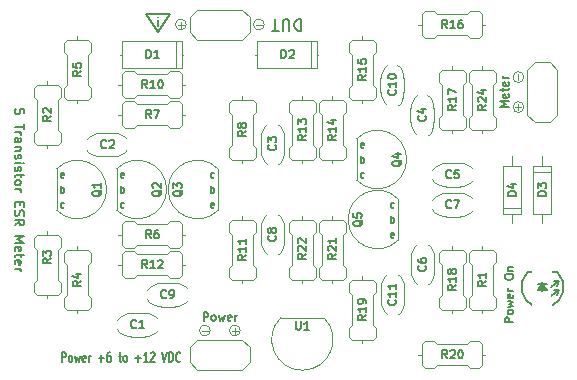
<source format=gto>
G04 #@! TF.FileFunction,Legend,Top*
%FSLAX46Y46*%
G04 Gerber Fmt 4.6, Leading zero omitted, Abs format (unit mm)*
G04 Created by KiCad (PCBNEW 4.0.6) date Wed Dec 13 01:07:51 2017*
%MOMM*%
%LPD*%
G01*
G04 APERTURE LIST*
%ADD10C,0.100000*%
%ADD11C,0.150000*%
%ADD12C,0.120000*%
%ADD13O,1.900000X1.300000*%
%ADD14R,1.900000X1.300000*%
%ADD15R,1.800000X1.800000*%
%ADD16C,1.800000*%
%ADD17C,4.200000*%
%ADD18C,1.400000*%
%ADD19R,1.400000X1.400000*%
%ADD20C,1.900000*%
%ADD21O,2.000000X1.900000*%
%ADD22O,1.900000X2.000000*%
%ADD23R,1.900000X1.900000*%
%ADD24O,1.900000X1.900000*%
%ADD25C,2.100000*%
%ADD26R,2.200000X2.200000*%
%ADD27C,2.200000*%
G04 APERTURE END LIST*
D10*
X137541000Y-93980000D02*
X137033000Y-93980000D01*
X137744905Y-93980000D02*
G75*
G03X137744905Y-93980000I-457905J0D01*
G01*
X131140905Y-93980000D02*
G75*
G03X131140905Y-93980000I-457905J0D01*
G01*
X130429000Y-93980000D02*
X130937000Y-93980000D01*
X130683000Y-93726000D02*
X130683000Y-94234000D01*
X133172905Y-119888000D02*
G75*
G03X133172905Y-119888000I-457905J0D01*
G01*
X132461000Y-119888000D02*
X132969000Y-119888000D01*
X135712905Y-119888000D02*
G75*
G03X135712905Y-119888000I-457905J0D01*
G01*
X135255000Y-120142000D02*
X135255000Y-119634000D01*
X135001000Y-119888000D02*
X135509000Y-119888000D01*
X159258000Y-98679000D02*
X159258000Y-98171000D01*
X159718852Y-98428346D02*
G75*
G03X159718852Y-98428346I-460498J0D01*
G01*
X159715905Y-100965000D02*
G75*
G03X159715905Y-100965000I-457905J0D01*
G01*
X159258000Y-100711000D02*
X159258000Y-101219000D01*
X159004000Y-100965000D02*
X159512000Y-100965000D01*
D11*
X140866667Y-93527619D02*
X140866667Y-94527619D01*
X140628572Y-94527619D01*
X140485714Y-94480000D01*
X140390476Y-94384762D01*
X140342857Y-94289524D01*
X140295238Y-94099048D01*
X140295238Y-93956190D01*
X140342857Y-93765714D01*
X140390476Y-93670476D01*
X140485714Y-93575238D01*
X140628572Y-93527619D01*
X140866667Y-93527619D01*
X139866667Y-94527619D02*
X139866667Y-93718095D01*
X139819048Y-93622857D01*
X139771429Y-93575238D01*
X139676191Y-93527619D01*
X139485714Y-93527619D01*
X139390476Y-93575238D01*
X139342857Y-93622857D01*
X139295238Y-93718095D01*
X139295238Y-94527619D01*
X138961905Y-94527619D02*
X138390476Y-94527619D01*
X138676191Y-93527619D02*
X138676191Y-94527619D01*
X148732857Y-109462857D02*
X148675714Y-109491429D01*
X148561428Y-109491429D01*
X148504286Y-109462857D01*
X148475714Y-109434286D01*
X148447143Y-109377143D01*
X148447143Y-109205714D01*
X148475714Y-109148571D01*
X148504286Y-109120000D01*
X148561428Y-109091429D01*
X148675714Y-109091429D01*
X148732857Y-109120000D01*
X146192857Y-106922857D02*
X146135714Y-106951429D01*
X146021428Y-106951429D01*
X145964286Y-106922857D01*
X145935714Y-106894286D01*
X145907143Y-106837143D01*
X145907143Y-106665714D01*
X145935714Y-106608571D01*
X145964286Y-106580000D01*
X146021428Y-106551429D01*
X146135714Y-106551429D01*
X146192857Y-106580000D01*
X133492857Y-106922857D02*
X133435714Y-106951429D01*
X133321428Y-106951429D01*
X133264286Y-106922857D01*
X133235714Y-106894286D01*
X133207143Y-106837143D01*
X133207143Y-106665714D01*
X133235714Y-106608571D01*
X133264286Y-106580000D01*
X133321428Y-106551429D01*
X133435714Y-106551429D01*
X133492857Y-106580000D01*
X125872857Y-109462857D02*
X125815714Y-109491429D01*
X125701428Y-109491429D01*
X125644286Y-109462857D01*
X125615714Y-109434286D01*
X125587143Y-109377143D01*
X125587143Y-109205714D01*
X125615714Y-109148571D01*
X125644286Y-109120000D01*
X125701428Y-109091429D01*
X125815714Y-109091429D01*
X125872857Y-109120000D01*
X120792857Y-109462857D02*
X120735714Y-109491429D01*
X120621428Y-109491429D01*
X120564286Y-109462857D01*
X120535714Y-109434286D01*
X120507143Y-109377143D01*
X120507143Y-109205714D01*
X120535714Y-109148571D01*
X120564286Y-109120000D01*
X120621428Y-109091429D01*
X120735714Y-109091429D01*
X120792857Y-109120000D01*
X120521429Y-108221429D02*
X120521429Y-107621429D01*
X120521429Y-107850000D02*
X120578572Y-107821429D01*
X120692858Y-107821429D01*
X120750001Y-107850000D01*
X120778572Y-107878571D01*
X120807143Y-107935714D01*
X120807143Y-108107143D01*
X120778572Y-108164286D01*
X120750001Y-108192857D01*
X120692858Y-108221429D01*
X120578572Y-108221429D01*
X120521429Y-108192857D01*
X125601429Y-108221429D02*
X125601429Y-107621429D01*
X125601429Y-107850000D02*
X125658572Y-107821429D01*
X125772858Y-107821429D01*
X125830001Y-107850000D01*
X125858572Y-107878571D01*
X125887143Y-107935714D01*
X125887143Y-108107143D01*
X125858572Y-108164286D01*
X125830001Y-108192857D01*
X125772858Y-108221429D01*
X125658572Y-108221429D01*
X125601429Y-108192857D01*
X133221429Y-108221429D02*
X133221429Y-107621429D01*
X133221429Y-107850000D02*
X133278572Y-107821429D01*
X133392858Y-107821429D01*
X133450001Y-107850000D01*
X133478572Y-107878571D01*
X133507143Y-107935714D01*
X133507143Y-108107143D01*
X133478572Y-108164286D01*
X133450001Y-108192857D01*
X133392858Y-108221429D01*
X133278572Y-108221429D01*
X133221429Y-108192857D01*
X148461429Y-110761429D02*
X148461429Y-110161429D01*
X148461429Y-110390000D02*
X148518572Y-110361429D01*
X148632858Y-110361429D01*
X148690001Y-110390000D01*
X148718572Y-110418571D01*
X148747143Y-110475714D01*
X148747143Y-110647143D01*
X148718572Y-110704286D01*
X148690001Y-110732857D01*
X148632858Y-110761429D01*
X148518572Y-110761429D01*
X148461429Y-110732857D01*
X145921429Y-105681429D02*
X145921429Y-105081429D01*
X145921429Y-105310000D02*
X145978572Y-105281429D01*
X146092858Y-105281429D01*
X146150001Y-105310000D01*
X146178572Y-105338571D01*
X146207143Y-105395714D01*
X146207143Y-105567143D01*
X146178572Y-105624286D01*
X146150001Y-105652857D01*
X146092858Y-105681429D01*
X145978572Y-105681429D01*
X145921429Y-105652857D01*
X148704286Y-112002857D02*
X148647143Y-112031429D01*
X148532857Y-112031429D01*
X148475714Y-112002857D01*
X148447143Y-111945714D01*
X148447143Y-111717143D01*
X148475714Y-111660000D01*
X148532857Y-111631429D01*
X148647143Y-111631429D01*
X148704286Y-111660000D01*
X148732857Y-111717143D01*
X148732857Y-111774286D01*
X148447143Y-111831429D01*
X146164286Y-104382857D02*
X146107143Y-104411429D01*
X145992857Y-104411429D01*
X145935714Y-104382857D01*
X145907143Y-104325714D01*
X145907143Y-104097143D01*
X145935714Y-104040000D01*
X145992857Y-104011429D01*
X146107143Y-104011429D01*
X146164286Y-104040000D01*
X146192857Y-104097143D01*
X146192857Y-104154286D01*
X145907143Y-104211429D01*
X133464286Y-109462857D02*
X133407143Y-109491429D01*
X133292857Y-109491429D01*
X133235714Y-109462857D01*
X133207143Y-109405714D01*
X133207143Y-109177143D01*
X133235714Y-109120000D01*
X133292857Y-109091429D01*
X133407143Y-109091429D01*
X133464286Y-109120000D01*
X133492857Y-109177143D01*
X133492857Y-109234286D01*
X133207143Y-109291429D01*
X125844286Y-106922857D02*
X125787143Y-106951429D01*
X125672857Y-106951429D01*
X125615714Y-106922857D01*
X125587143Y-106865714D01*
X125587143Y-106637143D01*
X125615714Y-106580000D01*
X125672857Y-106551429D01*
X125787143Y-106551429D01*
X125844286Y-106580000D01*
X125872857Y-106637143D01*
X125872857Y-106694286D01*
X125587143Y-106751429D01*
X120764286Y-106922857D02*
X120707143Y-106951429D01*
X120592857Y-106951429D01*
X120535714Y-106922857D01*
X120507143Y-106865714D01*
X120507143Y-106637143D01*
X120535714Y-106580000D01*
X120592857Y-106551429D01*
X120707143Y-106551429D01*
X120764286Y-106580000D01*
X120792857Y-106637143D01*
X120792857Y-106694286D01*
X120507143Y-106751429D01*
X128778000Y-94615000D02*
X129794000Y-93091000D01*
X129794000Y-93091000D02*
X127762000Y-93091000D01*
X128778000Y-94107000D02*
X128778000Y-93599000D01*
X128778000Y-93345000D02*
X128778000Y-93345000D01*
X127762000Y-93091000D02*
X128778000Y-94615000D01*
X132601668Y-119061667D02*
X132601668Y-118361667D01*
X132868334Y-118361667D01*
X132935001Y-118395000D01*
X132968334Y-118428333D01*
X133001668Y-118495000D01*
X133001668Y-118595000D01*
X132968334Y-118661667D01*
X132935001Y-118695000D01*
X132868334Y-118728333D01*
X132601668Y-118728333D01*
X133401668Y-119061667D02*
X133335001Y-119028333D01*
X133301668Y-118995000D01*
X133268334Y-118928333D01*
X133268334Y-118728333D01*
X133301668Y-118661667D01*
X133335001Y-118628333D01*
X133401668Y-118595000D01*
X133501668Y-118595000D01*
X133568334Y-118628333D01*
X133601668Y-118661667D01*
X133635001Y-118728333D01*
X133635001Y-118928333D01*
X133601668Y-118995000D01*
X133568334Y-119028333D01*
X133501668Y-119061667D01*
X133401668Y-119061667D01*
X133868334Y-118595000D02*
X134001667Y-119061667D01*
X134135001Y-118728333D01*
X134268334Y-119061667D01*
X134401667Y-118595000D01*
X134935000Y-119028333D02*
X134868334Y-119061667D01*
X134735000Y-119061667D01*
X134668334Y-119028333D01*
X134635000Y-118961667D01*
X134635000Y-118695000D01*
X134668334Y-118628333D01*
X134735000Y-118595000D01*
X134868334Y-118595000D01*
X134935000Y-118628333D01*
X134968334Y-118695000D01*
X134968334Y-118761667D01*
X134635000Y-118828333D01*
X135268334Y-119061667D02*
X135268334Y-118595000D01*
X135268334Y-118728333D02*
X135301667Y-118661667D01*
X135335000Y-118628333D01*
X135401667Y-118595000D01*
X135468334Y-118595000D01*
X117405095Y-101511904D02*
X117405095Y-101130951D01*
X117024143Y-101092856D01*
X117062238Y-101130951D01*
X117100333Y-101207142D01*
X117100333Y-101397618D01*
X117062238Y-101473808D01*
X117024143Y-101511904D01*
X116947952Y-101549999D01*
X116757476Y-101549999D01*
X116681286Y-101511904D01*
X116643190Y-101473808D01*
X116605095Y-101397618D01*
X116605095Y-101207142D01*
X116643190Y-101130951D01*
X116681286Y-101092856D01*
X117405095Y-102388094D02*
X117405095Y-102845237D01*
X116605095Y-102616666D02*
X117405095Y-102616666D01*
X116605095Y-103111904D02*
X117138429Y-103111904D01*
X116986048Y-103111904D02*
X117062238Y-103149999D01*
X117100333Y-103188095D01*
X117138429Y-103264285D01*
X117138429Y-103340476D01*
X116605095Y-103949999D02*
X117024143Y-103949999D01*
X117100333Y-103911904D01*
X117138429Y-103835714D01*
X117138429Y-103683333D01*
X117100333Y-103607142D01*
X116643190Y-103949999D02*
X116605095Y-103873809D01*
X116605095Y-103683333D01*
X116643190Y-103607142D01*
X116719381Y-103569047D01*
X116795571Y-103569047D01*
X116871762Y-103607142D01*
X116909857Y-103683333D01*
X116909857Y-103873809D01*
X116947952Y-103949999D01*
X117138429Y-104330952D02*
X116605095Y-104330952D01*
X117062238Y-104330952D02*
X117100333Y-104369047D01*
X117138429Y-104445238D01*
X117138429Y-104559524D01*
X117100333Y-104635714D01*
X117024143Y-104673809D01*
X116605095Y-104673809D01*
X116643190Y-105016667D02*
X116605095Y-105092857D01*
X116605095Y-105245238D01*
X116643190Y-105321429D01*
X116719381Y-105359524D01*
X116757476Y-105359524D01*
X116833667Y-105321429D01*
X116871762Y-105245238D01*
X116871762Y-105130953D01*
X116909857Y-105054762D01*
X116986048Y-105016667D01*
X117024143Y-105016667D01*
X117100333Y-105054762D01*
X117138429Y-105130953D01*
X117138429Y-105245238D01*
X117100333Y-105321429D01*
X116605095Y-105702381D02*
X117138429Y-105702381D01*
X117405095Y-105702381D02*
X117367000Y-105664286D01*
X117328905Y-105702381D01*
X117367000Y-105740476D01*
X117405095Y-105702381D01*
X117328905Y-105702381D01*
X116643190Y-106045238D02*
X116605095Y-106121428D01*
X116605095Y-106273809D01*
X116643190Y-106350000D01*
X116719381Y-106388095D01*
X116757476Y-106388095D01*
X116833667Y-106350000D01*
X116871762Y-106273809D01*
X116871762Y-106159524D01*
X116909857Y-106083333D01*
X116986048Y-106045238D01*
X117024143Y-106045238D01*
X117100333Y-106083333D01*
X117138429Y-106159524D01*
X117138429Y-106273809D01*
X117100333Y-106350000D01*
X117138429Y-106616666D02*
X117138429Y-106921428D01*
X117405095Y-106730952D02*
X116719381Y-106730952D01*
X116643190Y-106769047D01*
X116605095Y-106845238D01*
X116605095Y-106921428D01*
X116605095Y-107302381D02*
X116643190Y-107226190D01*
X116681286Y-107188095D01*
X116757476Y-107150000D01*
X116986048Y-107150000D01*
X117062238Y-107188095D01*
X117100333Y-107226190D01*
X117138429Y-107302381D01*
X117138429Y-107416667D01*
X117100333Y-107492857D01*
X117062238Y-107530952D01*
X116986048Y-107569048D01*
X116757476Y-107569048D01*
X116681286Y-107530952D01*
X116643190Y-107492857D01*
X116605095Y-107416667D01*
X116605095Y-107302381D01*
X116605095Y-107911905D02*
X117138429Y-107911905D01*
X116986048Y-107911905D02*
X117062238Y-107950000D01*
X117100333Y-107988096D01*
X117138429Y-108064286D01*
X117138429Y-108140477D01*
X117024143Y-109016667D02*
X117024143Y-109283334D01*
X116605095Y-109397620D02*
X116605095Y-109016667D01*
X117405095Y-109016667D01*
X117405095Y-109397620D01*
X116643190Y-109702382D02*
X116605095Y-109816668D01*
X116605095Y-110007144D01*
X116643190Y-110083334D01*
X116681286Y-110121430D01*
X116757476Y-110159525D01*
X116833667Y-110159525D01*
X116909857Y-110121430D01*
X116947952Y-110083334D01*
X116986048Y-110007144D01*
X117024143Y-109854763D01*
X117062238Y-109778572D01*
X117100333Y-109740477D01*
X117176524Y-109702382D01*
X117252714Y-109702382D01*
X117328905Y-109740477D01*
X117367000Y-109778572D01*
X117405095Y-109854763D01*
X117405095Y-110045239D01*
X117367000Y-110159525D01*
X116605095Y-110959525D02*
X116986048Y-110692858D01*
X116605095Y-110502382D02*
X117405095Y-110502382D01*
X117405095Y-110807144D01*
X117367000Y-110883335D01*
X117328905Y-110921430D01*
X117252714Y-110959525D01*
X117138429Y-110959525D01*
X117062238Y-110921430D01*
X117024143Y-110883335D01*
X116986048Y-110807144D01*
X116986048Y-110502382D01*
X116605095Y-111911906D02*
X117405095Y-111911906D01*
X116833667Y-112178573D01*
X117405095Y-112445240D01*
X116605095Y-112445240D01*
X116643190Y-113130954D02*
X116605095Y-113054764D01*
X116605095Y-112902383D01*
X116643190Y-112826192D01*
X116719381Y-112788097D01*
X117024143Y-112788097D01*
X117100333Y-112826192D01*
X117138429Y-112902383D01*
X117138429Y-113054764D01*
X117100333Y-113130954D01*
X117024143Y-113169049D01*
X116947952Y-113169049D01*
X116871762Y-112788097D01*
X117138429Y-113397620D02*
X117138429Y-113702382D01*
X117405095Y-113511906D02*
X116719381Y-113511906D01*
X116643190Y-113550001D01*
X116605095Y-113626192D01*
X116605095Y-113702382D01*
X116643190Y-114273811D02*
X116605095Y-114197621D01*
X116605095Y-114045240D01*
X116643190Y-113969049D01*
X116719381Y-113930954D01*
X117024143Y-113930954D01*
X117100333Y-113969049D01*
X117138429Y-114045240D01*
X117138429Y-114197621D01*
X117100333Y-114273811D01*
X117024143Y-114311906D01*
X116947952Y-114311906D01*
X116871762Y-113930954D01*
X116605095Y-114654763D02*
X117138429Y-114654763D01*
X116986048Y-114654763D02*
X117062238Y-114692858D01*
X117100333Y-114730954D01*
X117138429Y-114807144D01*
X117138429Y-114883335D01*
X158812667Y-119173332D02*
X158112667Y-119173332D01*
X158112667Y-118906666D01*
X158146000Y-118839999D01*
X158179333Y-118806666D01*
X158246000Y-118773332D01*
X158346000Y-118773332D01*
X158412667Y-118806666D01*
X158446000Y-118839999D01*
X158479333Y-118906666D01*
X158479333Y-119173332D01*
X158812667Y-118373332D02*
X158779333Y-118439999D01*
X158746000Y-118473332D01*
X158679333Y-118506666D01*
X158479333Y-118506666D01*
X158412667Y-118473332D01*
X158379333Y-118439999D01*
X158346000Y-118373332D01*
X158346000Y-118273332D01*
X158379333Y-118206666D01*
X158412667Y-118173332D01*
X158479333Y-118139999D01*
X158679333Y-118139999D01*
X158746000Y-118173332D01*
X158779333Y-118206666D01*
X158812667Y-118273332D01*
X158812667Y-118373332D01*
X158346000Y-117906666D02*
X158812667Y-117773333D01*
X158479333Y-117639999D01*
X158812667Y-117506666D01*
X158346000Y-117373333D01*
X158779333Y-116840000D02*
X158812667Y-116906666D01*
X158812667Y-117040000D01*
X158779333Y-117106666D01*
X158712667Y-117140000D01*
X158446000Y-117140000D01*
X158379333Y-117106666D01*
X158346000Y-117040000D01*
X158346000Y-116906666D01*
X158379333Y-116840000D01*
X158446000Y-116806666D01*
X158512667Y-116806666D01*
X158579333Y-117140000D01*
X158812667Y-116506666D02*
X158346000Y-116506666D01*
X158479333Y-116506666D02*
X158412667Y-116473333D01*
X158379333Y-116440000D01*
X158346000Y-116373333D01*
X158346000Y-116306666D01*
X158112667Y-115406667D02*
X158112667Y-115273334D01*
X158146000Y-115206667D01*
X158212667Y-115140000D01*
X158346000Y-115106667D01*
X158579333Y-115106667D01*
X158712667Y-115140000D01*
X158779333Y-115206667D01*
X158812667Y-115273334D01*
X158812667Y-115406667D01*
X158779333Y-115473334D01*
X158712667Y-115540000D01*
X158579333Y-115573334D01*
X158346000Y-115573334D01*
X158212667Y-115540000D01*
X158146000Y-115473334D01*
X158112667Y-115406667D01*
X158346000Y-114806667D02*
X158812667Y-114806667D01*
X158412667Y-114806667D02*
X158379333Y-114773334D01*
X158346000Y-114706667D01*
X158346000Y-114606667D01*
X158379333Y-114540001D01*
X158446000Y-114506667D01*
X158812667Y-114506667D01*
X158431667Y-100944999D02*
X157731667Y-100944999D01*
X158231667Y-100711666D01*
X157731667Y-100478333D01*
X158431667Y-100478333D01*
X158398333Y-99878333D02*
X158431667Y-99944999D01*
X158431667Y-100078333D01*
X158398333Y-100144999D01*
X158331667Y-100178333D01*
X158065000Y-100178333D01*
X157998333Y-100144999D01*
X157965000Y-100078333D01*
X157965000Y-99944999D01*
X157998333Y-99878333D01*
X158065000Y-99844999D01*
X158131667Y-99844999D01*
X158198333Y-100178333D01*
X157965000Y-99644999D02*
X157965000Y-99378333D01*
X157731667Y-99544999D02*
X158331667Y-99544999D01*
X158398333Y-99511666D01*
X158431667Y-99444999D01*
X158431667Y-99378333D01*
X158398333Y-98878333D02*
X158431667Y-98944999D01*
X158431667Y-99078333D01*
X158398333Y-99144999D01*
X158331667Y-99178333D01*
X158065000Y-99178333D01*
X157998333Y-99144999D01*
X157965000Y-99078333D01*
X157965000Y-98944999D01*
X157998333Y-98878333D01*
X158065000Y-98844999D01*
X158131667Y-98844999D01*
X158198333Y-99178333D01*
X158431667Y-98544999D02*
X157965000Y-98544999D01*
X158098333Y-98544999D02*
X158031667Y-98511666D01*
X157998333Y-98478333D01*
X157965000Y-98411666D01*
X157965000Y-98344999D01*
X120602999Y-122535905D02*
X120602999Y-121735905D01*
X120831571Y-121735905D01*
X120888713Y-121774000D01*
X120917285Y-121812095D01*
X120945856Y-121888286D01*
X120945856Y-122002571D01*
X120917285Y-122078762D01*
X120888713Y-122116857D01*
X120831571Y-122154952D01*
X120602999Y-122154952D01*
X121288713Y-122535905D02*
X121231571Y-122497810D01*
X121202999Y-122459714D01*
X121174428Y-122383524D01*
X121174428Y-122154952D01*
X121202999Y-122078762D01*
X121231571Y-122040667D01*
X121288713Y-122002571D01*
X121374428Y-122002571D01*
X121431571Y-122040667D01*
X121460142Y-122078762D01*
X121488713Y-122154952D01*
X121488713Y-122383524D01*
X121460142Y-122459714D01*
X121431571Y-122497810D01*
X121374428Y-122535905D01*
X121288713Y-122535905D01*
X121688713Y-122002571D02*
X121802999Y-122535905D01*
X121917285Y-122154952D01*
X122031570Y-122535905D01*
X122145856Y-122002571D01*
X122602999Y-122497810D02*
X122545856Y-122535905D01*
X122431570Y-122535905D01*
X122374427Y-122497810D01*
X122345856Y-122421619D01*
X122345856Y-122116857D01*
X122374427Y-122040667D01*
X122431570Y-122002571D01*
X122545856Y-122002571D01*
X122602999Y-122040667D01*
X122631570Y-122116857D01*
X122631570Y-122193048D01*
X122345856Y-122269238D01*
X122888713Y-122535905D02*
X122888713Y-122002571D01*
X122888713Y-122154952D02*
X122917285Y-122078762D01*
X122945856Y-122040667D01*
X123002999Y-122002571D01*
X123060142Y-122002571D01*
X123717285Y-122231143D02*
X124174428Y-122231143D01*
X123945857Y-122535905D02*
X123945857Y-121926381D01*
X124717285Y-121735905D02*
X124602999Y-121735905D01*
X124545856Y-121774000D01*
X124517285Y-121812095D01*
X124460142Y-121926381D01*
X124431571Y-122078762D01*
X124431571Y-122383524D01*
X124460142Y-122459714D01*
X124488714Y-122497810D01*
X124545856Y-122535905D01*
X124660142Y-122535905D01*
X124717285Y-122497810D01*
X124745856Y-122459714D01*
X124774428Y-122383524D01*
X124774428Y-122193048D01*
X124745856Y-122116857D01*
X124717285Y-122078762D01*
X124660142Y-122040667D01*
X124545856Y-122040667D01*
X124488714Y-122078762D01*
X124460142Y-122116857D01*
X124431571Y-122193048D01*
X125403000Y-122002571D02*
X125631571Y-122002571D01*
X125488714Y-121735905D02*
X125488714Y-122421619D01*
X125517286Y-122497810D01*
X125574428Y-122535905D01*
X125631571Y-122535905D01*
X125917285Y-122535905D02*
X125860143Y-122497810D01*
X125831571Y-122459714D01*
X125803000Y-122383524D01*
X125803000Y-122154952D01*
X125831571Y-122078762D01*
X125860143Y-122040667D01*
X125917285Y-122002571D01*
X126003000Y-122002571D01*
X126060143Y-122040667D01*
X126088714Y-122078762D01*
X126117285Y-122154952D01*
X126117285Y-122383524D01*
X126088714Y-122459714D01*
X126060143Y-122497810D01*
X126003000Y-122535905D01*
X125917285Y-122535905D01*
X126831571Y-122231143D02*
X127288714Y-122231143D01*
X127060143Y-122535905D02*
X127060143Y-121926381D01*
X127888714Y-122535905D02*
X127545857Y-122535905D01*
X127717285Y-122535905D02*
X127717285Y-121735905D01*
X127660142Y-121850190D01*
X127603000Y-121926381D01*
X127545857Y-121964476D01*
X128117286Y-121812095D02*
X128145857Y-121774000D01*
X128203000Y-121735905D01*
X128345857Y-121735905D01*
X128403000Y-121774000D01*
X128431571Y-121812095D01*
X128460143Y-121888286D01*
X128460143Y-121964476D01*
X128431571Y-122078762D01*
X128088714Y-122535905D01*
X128460143Y-122535905D01*
X129088715Y-121735905D02*
X129288715Y-122535905D01*
X129488715Y-121735905D01*
X129688715Y-122535905D02*
X129688715Y-121735905D01*
X129831572Y-121735905D01*
X129917287Y-121774000D01*
X129974429Y-121850190D01*
X130003001Y-121926381D01*
X130031572Y-122078762D01*
X130031572Y-122193048D01*
X130003001Y-122345429D01*
X129974429Y-122421619D01*
X129917287Y-122497810D01*
X129831572Y-122535905D01*
X129688715Y-122535905D01*
X130631572Y-122459714D02*
X130603001Y-122497810D01*
X130517287Y-122535905D01*
X130460144Y-122535905D01*
X130374429Y-122497810D01*
X130317287Y-122421619D01*
X130288715Y-122345429D01*
X130260144Y-122193048D01*
X130260144Y-122078762D01*
X130288715Y-121926381D01*
X130317287Y-121850190D01*
X130374429Y-121774000D01*
X130460144Y-121735905D01*
X130517287Y-121735905D01*
X130603001Y-121774000D01*
X130631572Y-121812095D01*
D10*
X149073625Y-112243625D02*
G75*
G02X144840000Y-110490000I-1753625J1753625D01*
G01*
X149073625Y-108736375D02*
G75*
G03X144840000Y-110490000I-1753625J-1753625D01*
G01*
X149070000Y-112260000D02*
X149070000Y-108760000D01*
X145566375Y-103656375D02*
G75*
G02X149800000Y-105410000I1753625J-1753625D01*
G01*
X145566375Y-107163625D02*
G75*
G03X149800000Y-105410000I1753625J1753625D01*
G01*
X145570000Y-103640000D02*
X145570000Y-107140000D01*
X133833625Y-109703625D02*
G75*
G02X129600000Y-107950000I-1753625J1753625D01*
G01*
X133833625Y-106196375D02*
G75*
G03X129600000Y-107950000I-1753625J-1753625D01*
G01*
X133830000Y-109720000D02*
X133830000Y-106220000D01*
X125246375Y-106196375D02*
G75*
G02X129480000Y-107950000I1753625J-1753625D01*
G01*
X125246375Y-109703625D02*
G75*
G03X129480000Y-107950000I1753625J1753625D01*
G01*
X125250000Y-106180000D02*
X125250000Y-109680000D01*
X120166375Y-106196375D02*
G75*
G02X124400000Y-107950000I1753625J-1753625D01*
G01*
X120166375Y-109703625D02*
G75*
G03X124400000Y-107950000I1753625J1753625D01*
G01*
X120170000Y-106180000D02*
X120170000Y-109680000D01*
D11*
X162687000Y-116459000D02*
X162052000Y-116967000D01*
X162687000Y-115697000D02*
X162052000Y-116205000D01*
X162560000Y-114935000D02*
X162052000Y-114935000D01*
X160020000Y-114935000D02*
X160528000Y-114935000D01*
X160025569Y-114940569D02*
G75*
G03X160667700Y-117881400I1264431J-1264431D01*
G01*
X161937295Y-117880353D02*
G75*
G03X162560000Y-114935000I-647295J1675353D01*
G01*
X161290000Y-115697000D02*
X161290000Y-116713000D01*
X162687000Y-116459000D02*
X162306000Y-116459000D01*
X162560000Y-116840000D02*
X162687000Y-116459000D01*
X161163000Y-116205000D02*
X161417000Y-116205000D01*
X161036000Y-116332000D02*
X161544000Y-116332000D01*
X160909000Y-115951000D02*
X161671000Y-115951000D01*
X161671000Y-116459000D02*
X161290000Y-116459000D01*
X161290000Y-115951000D02*
X161671000Y-116459000D01*
X160909000Y-116459000D02*
X161290000Y-115951000D01*
X161290000Y-116459000D02*
X160909000Y-116459000D01*
X162687000Y-115697000D02*
X162306000Y-115697000D01*
X162560000Y-116078000D02*
X162687000Y-115697000D01*
D12*
X142770000Y-118800000D02*
X139170000Y-118800000D01*
X142808478Y-118811522D02*
G75*
G02X140970000Y-123250000I-1838478J-1838478D01*
G01*
X139131522Y-118811522D02*
G75*
G03X140970000Y-123250000I1838478J-1838478D01*
G01*
D10*
X155067000Y-117094000D02*
X155321000Y-116840000D01*
X155067000Y-117856000D02*
X155067000Y-117094000D01*
X155067000Y-114046000D02*
X155321000Y-114300000D01*
X155067000Y-113284000D02*
X155067000Y-114046000D01*
X157353000Y-117094000D02*
X157099000Y-116840000D01*
X157353000Y-117856000D02*
X157353000Y-117094000D01*
X157353000Y-114046000D02*
X157099000Y-114300000D01*
X157353000Y-113284000D02*
X157353000Y-114046000D01*
X156210000Y-118110000D02*
X156210000Y-118618000D01*
X156210000Y-112522000D02*
X156210000Y-113030000D01*
X155067000Y-117856000D02*
X155321000Y-118110000D01*
X157353000Y-117856000D02*
X157099000Y-118110000D01*
X155321000Y-113030000D02*
X155067000Y-113284000D01*
X157353000Y-113284000D02*
X157099000Y-113030000D01*
X157099000Y-114300000D02*
X157099000Y-116840000D01*
D12*
X157099000Y-113030000D02*
X155321000Y-113030000D01*
X155321000Y-114300000D02*
X155321000Y-116840000D01*
X155321000Y-118110000D02*
X157099000Y-118110000D01*
D10*
X118237000Y-103124000D02*
X118491000Y-102870000D01*
X118237000Y-103886000D02*
X118237000Y-103124000D01*
X118237000Y-100076000D02*
X118491000Y-100330000D01*
X118237000Y-99314000D02*
X118237000Y-100076000D01*
X120523000Y-103124000D02*
X120269000Y-102870000D01*
X120523000Y-103886000D02*
X120523000Y-103124000D01*
X120523000Y-100076000D02*
X120269000Y-100330000D01*
X120523000Y-99314000D02*
X120523000Y-100076000D01*
X119380000Y-104140000D02*
X119380000Y-104648000D01*
X119380000Y-98552000D02*
X119380000Y-99060000D01*
X118237000Y-103886000D02*
X118491000Y-104140000D01*
X120523000Y-103886000D02*
X120269000Y-104140000D01*
X118491000Y-99060000D02*
X118237000Y-99314000D01*
X120523000Y-99314000D02*
X120269000Y-99060000D01*
X120269000Y-100330000D02*
X120269000Y-102870000D01*
D12*
X120269000Y-99060000D02*
X118491000Y-99060000D01*
X118491000Y-100330000D02*
X118491000Y-102870000D01*
X118491000Y-104140000D02*
X120269000Y-104140000D01*
D10*
X118237000Y-115824000D02*
X118491000Y-115570000D01*
X118237000Y-116586000D02*
X118237000Y-115824000D01*
X118237000Y-112776000D02*
X118491000Y-113030000D01*
X118237000Y-112014000D02*
X118237000Y-112776000D01*
X120523000Y-115824000D02*
X120269000Y-115570000D01*
X120523000Y-116586000D02*
X120523000Y-115824000D01*
X120523000Y-112776000D02*
X120269000Y-113030000D01*
X120523000Y-112014000D02*
X120523000Y-112776000D01*
X119380000Y-116840000D02*
X119380000Y-117348000D01*
X119380000Y-111252000D02*
X119380000Y-111760000D01*
X118237000Y-116586000D02*
X118491000Y-116840000D01*
X120523000Y-116586000D02*
X120269000Y-116840000D01*
X118491000Y-111760000D02*
X118237000Y-112014000D01*
X120523000Y-112014000D02*
X120269000Y-111760000D01*
X120269000Y-113030000D02*
X120269000Y-115570000D01*
D12*
X120269000Y-111760000D02*
X118491000Y-111760000D01*
X118491000Y-113030000D02*
X118491000Y-115570000D01*
X118491000Y-116840000D02*
X120269000Y-116840000D01*
D10*
X123063000Y-114046000D02*
X122809000Y-114300000D01*
X123063000Y-113284000D02*
X123063000Y-114046000D01*
X123063000Y-117094000D02*
X122809000Y-116840000D01*
X123063000Y-117856000D02*
X123063000Y-117094000D01*
X120777000Y-114046000D02*
X121031000Y-114300000D01*
X120777000Y-113284000D02*
X120777000Y-114046000D01*
X120777000Y-117094000D02*
X121031000Y-116840000D01*
X120777000Y-117856000D02*
X120777000Y-117094000D01*
X121920000Y-113030000D02*
X121920000Y-112522000D01*
X121920000Y-118618000D02*
X121920000Y-118110000D01*
X123063000Y-113284000D02*
X122809000Y-113030000D01*
X120777000Y-113284000D02*
X121031000Y-113030000D01*
X122809000Y-118110000D02*
X123063000Y-117856000D01*
X120777000Y-117856000D02*
X121031000Y-118110000D01*
X121031000Y-116840000D02*
X121031000Y-114300000D01*
D12*
X121031000Y-118110000D02*
X122809000Y-118110000D01*
X122809000Y-116840000D02*
X122809000Y-114300000D01*
X122809000Y-113030000D02*
X121031000Y-113030000D01*
D10*
X123063000Y-96266000D02*
X122809000Y-96520000D01*
X123063000Y-95504000D02*
X123063000Y-96266000D01*
X123063000Y-99314000D02*
X122809000Y-99060000D01*
X123063000Y-100076000D02*
X123063000Y-99314000D01*
X120777000Y-96266000D02*
X121031000Y-96520000D01*
X120777000Y-95504000D02*
X120777000Y-96266000D01*
X120777000Y-99314000D02*
X121031000Y-99060000D01*
X120777000Y-100076000D02*
X120777000Y-99314000D01*
X121920000Y-95250000D02*
X121920000Y-94742000D01*
X121920000Y-100838000D02*
X121920000Y-100330000D01*
X123063000Y-95504000D02*
X122809000Y-95250000D01*
X120777000Y-95504000D02*
X121031000Y-95250000D01*
X122809000Y-100330000D02*
X123063000Y-100076000D01*
X120777000Y-100076000D02*
X121031000Y-100330000D01*
X121031000Y-99060000D02*
X121031000Y-96520000D01*
D12*
X121031000Y-100330000D02*
X122809000Y-100330000D01*
X122809000Y-99060000D02*
X122809000Y-96520000D01*
X122809000Y-95250000D02*
X121031000Y-95250000D01*
D10*
X126746000Y-110617000D02*
X127000000Y-110871000D01*
X125984000Y-110617000D02*
X126746000Y-110617000D01*
X129794000Y-110617000D02*
X129540000Y-110871000D01*
X130556000Y-110617000D02*
X129794000Y-110617000D01*
X126746000Y-112903000D02*
X127000000Y-112649000D01*
X125984000Y-112903000D02*
X126746000Y-112903000D01*
X129794000Y-112903000D02*
X129540000Y-112649000D01*
X130556000Y-112903000D02*
X129794000Y-112903000D01*
X125730000Y-111760000D02*
X125222000Y-111760000D01*
X131318000Y-111760000D02*
X130810000Y-111760000D01*
X125984000Y-110617000D02*
X125730000Y-110871000D01*
X125984000Y-112903000D02*
X125730000Y-112649000D01*
X130810000Y-110871000D02*
X130556000Y-110617000D01*
X130556000Y-112903000D02*
X130810000Y-112649000D01*
X129540000Y-112649000D02*
X127000000Y-112649000D01*
D12*
X130810000Y-112649000D02*
X130810000Y-110871000D01*
X129540000Y-110871000D02*
X127000000Y-110871000D01*
X125730000Y-110871000D02*
X125730000Y-112649000D01*
D10*
X129794000Y-102743000D02*
X129540000Y-102489000D01*
X130556000Y-102743000D02*
X129794000Y-102743000D01*
X126746000Y-102743000D02*
X127000000Y-102489000D01*
X125984000Y-102743000D02*
X126746000Y-102743000D01*
X129794000Y-100457000D02*
X129540000Y-100711000D01*
X130556000Y-100457000D02*
X129794000Y-100457000D01*
X126746000Y-100457000D02*
X127000000Y-100711000D01*
X125984000Y-100457000D02*
X126746000Y-100457000D01*
X130810000Y-101600000D02*
X131318000Y-101600000D01*
X125222000Y-101600000D02*
X125730000Y-101600000D01*
X130556000Y-102743000D02*
X130810000Y-102489000D01*
X130556000Y-100457000D02*
X130810000Y-100711000D01*
X125730000Y-102489000D02*
X125984000Y-102743000D01*
X125984000Y-100457000D02*
X125730000Y-100711000D01*
X127000000Y-100711000D02*
X129540000Y-100711000D01*
D12*
X125730000Y-100711000D02*
X125730000Y-102489000D01*
X127000000Y-102489000D02*
X129540000Y-102489000D01*
X130810000Y-102489000D02*
X130810000Y-100711000D01*
D10*
X137033000Y-101346000D02*
X136779000Y-101600000D01*
X137033000Y-100584000D02*
X137033000Y-101346000D01*
X137033000Y-104394000D02*
X136779000Y-104140000D01*
X137033000Y-105156000D02*
X137033000Y-104394000D01*
X134747000Y-101346000D02*
X135001000Y-101600000D01*
X134747000Y-100584000D02*
X134747000Y-101346000D01*
X134747000Y-104394000D02*
X135001000Y-104140000D01*
X134747000Y-105156000D02*
X134747000Y-104394000D01*
X135890000Y-100330000D02*
X135890000Y-99822000D01*
X135890000Y-105918000D02*
X135890000Y-105410000D01*
X137033000Y-100584000D02*
X136779000Y-100330000D01*
X134747000Y-100584000D02*
X135001000Y-100330000D01*
X136779000Y-105410000D02*
X137033000Y-105156000D01*
X134747000Y-105156000D02*
X135001000Y-105410000D01*
X135001000Y-104140000D02*
X135001000Y-101600000D01*
D12*
X135001000Y-105410000D02*
X136779000Y-105410000D01*
X136779000Y-104140000D02*
X136779000Y-101600000D01*
X136779000Y-100330000D02*
X135001000Y-100330000D01*
D10*
X126746000Y-97917000D02*
X127000000Y-98171000D01*
X125984000Y-97917000D02*
X126746000Y-97917000D01*
X129794000Y-97917000D02*
X129540000Y-98171000D01*
X130556000Y-97917000D02*
X129794000Y-97917000D01*
X126746000Y-100203000D02*
X127000000Y-99949000D01*
X125984000Y-100203000D02*
X126746000Y-100203000D01*
X129794000Y-100203000D02*
X129540000Y-99949000D01*
X130556000Y-100203000D02*
X129794000Y-100203000D01*
X125730000Y-99060000D02*
X125222000Y-99060000D01*
X131318000Y-99060000D02*
X130810000Y-99060000D01*
X125984000Y-97917000D02*
X125730000Y-98171000D01*
X125984000Y-100203000D02*
X125730000Y-99949000D01*
X130810000Y-98171000D02*
X130556000Y-97917000D01*
X130556000Y-100203000D02*
X130810000Y-99949000D01*
X129540000Y-99949000D02*
X127000000Y-99949000D01*
D12*
X130810000Y-99949000D02*
X130810000Y-98171000D01*
X129540000Y-98171000D02*
X127000000Y-98171000D01*
X125730000Y-98171000D02*
X125730000Y-99949000D01*
D10*
X134747000Y-114554000D02*
X135001000Y-114300000D01*
X134747000Y-115316000D02*
X134747000Y-114554000D01*
X134747000Y-111506000D02*
X135001000Y-111760000D01*
X134747000Y-110744000D02*
X134747000Y-111506000D01*
X137033000Y-114554000D02*
X136779000Y-114300000D01*
X137033000Y-115316000D02*
X137033000Y-114554000D01*
X137033000Y-111506000D02*
X136779000Y-111760000D01*
X137033000Y-110744000D02*
X137033000Y-111506000D01*
X135890000Y-115570000D02*
X135890000Y-116078000D01*
X135890000Y-109982000D02*
X135890000Y-110490000D01*
X134747000Y-115316000D02*
X135001000Y-115570000D01*
X137033000Y-115316000D02*
X136779000Y-115570000D01*
X135001000Y-110490000D02*
X134747000Y-110744000D01*
X137033000Y-110744000D02*
X136779000Y-110490000D01*
X136779000Y-111760000D02*
X136779000Y-114300000D01*
D12*
X136779000Y-110490000D02*
X135001000Y-110490000D01*
X135001000Y-111760000D02*
X135001000Y-114300000D01*
X135001000Y-115570000D02*
X136779000Y-115570000D01*
D10*
X126746000Y-113157000D02*
X127000000Y-113411000D01*
X125984000Y-113157000D02*
X126746000Y-113157000D01*
X129794000Y-113157000D02*
X129540000Y-113411000D01*
X130556000Y-113157000D02*
X129794000Y-113157000D01*
X126746000Y-115443000D02*
X127000000Y-115189000D01*
X125984000Y-115443000D02*
X126746000Y-115443000D01*
X129794000Y-115443000D02*
X129540000Y-115189000D01*
X130556000Y-115443000D02*
X129794000Y-115443000D01*
X125730000Y-114300000D02*
X125222000Y-114300000D01*
X131318000Y-114300000D02*
X130810000Y-114300000D01*
X125984000Y-113157000D02*
X125730000Y-113411000D01*
X125984000Y-115443000D02*
X125730000Y-115189000D01*
X130810000Y-113411000D02*
X130556000Y-113157000D01*
X130556000Y-115443000D02*
X130810000Y-115189000D01*
X129540000Y-115189000D02*
X127000000Y-115189000D01*
D12*
X130810000Y-115189000D02*
X130810000Y-113411000D01*
X129540000Y-113411000D02*
X127000000Y-113411000D01*
X125730000Y-113411000D02*
X125730000Y-115189000D01*
D10*
X142113000Y-101346000D02*
X141859000Y-101600000D01*
X142113000Y-100584000D02*
X142113000Y-101346000D01*
X142113000Y-104394000D02*
X141859000Y-104140000D01*
X142113000Y-105156000D02*
X142113000Y-104394000D01*
X139827000Y-101346000D02*
X140081000Y-101600000D01*
X139827000Y-100584000D02*
X139827000Y-101346000D01*
X139827000Y-104394000D02*
X140081000Y-104140000D01*
X139827000Y-105156000D02*
X139827000Y-104394000D01*
X140970000Y-100330000D02*
X140970000Y-99822000D01*
X140970000Y-105918000D02*
X140970000Y-105410000D01*
X142113000Y-100584000D02*
X141859000Y-100330000D01*
X139827000Y-100584000D02*
X140081000Y-100330000D01*
X141859000Y-105410000D02*
X142113000Y-105156000D01*
X139827000Y-105156000D02*
X140081000Y-105410000D01*
X140081000Y-104140000D02*
X140081000Y-101600000D01*
D12*
X140081000Y-105410000D02*
X141859000Y-105410000D01*
X141859000Y-104140000D02*
X141859000Y-101600000D01*
X141859000Y-100330000D02*
X140081000Y-100330000D01*
D10*
X142367000Y-104394000D02*
X142621000Y-104140000D01*
X142367000Y-105156000D02*
X142367000Y-104394000D01*
X142367000Y-101346000D02*
X142621000Y-101600000D01*
X142367000Y-100584000D02*
X142367000Y-101346000D01*
X144653000Y-104394000D02*
X144399000Y-104140000D01*
X144653000Y-105156000D02*
X144653000Y-104394000D01*
X144653000Y-101346000D02*
X144399000Y-101600000D01*
X144653000Y-100584000D02*
X144653000Y-101346000D01*
X143510000Y-105410000D02*
X143510000Y-105918000D01*
X143510000Y-99822000D02*
X143510000Y-100330000D01*
X142367000Y-105156000D02*
X142621000Y-105410000D01*
X144653000Y-105156000D02*
X144399000Y-105410000D01*
X142621000Y-100330000D02*
X142367000Y-100584000D01*
X144653000Y-100584000D02*
X144399000Y-100330000D01*
X144399000Y-101600000D02*
X144399000Y-104140000D01*
D12*
X144399000Y-100330000D02*
X142621000Y-100330000D01*
X142621000Y-101600000D02*
X142621000Y-104140000D01*
X142621000Y-105410000D02*
X144399000Y-105410000D01*
D10*
X147193000Y-96266000D02*
X146939000Y-96520000D01*
X147193000Y-95504000D02*
X147193000Y-96266000D01*
X147193000Y-99314000D02*
X146939000Y-99060000D01*
X147193000Y-100076000D02*
X147193000Y-99314000D01*
X144907000Y-96266000D02*
X145161000Y-96520000D01*
X144907000Y-95504000D02*
X144907000Y-96266000D01*
X144907000Y-99314000D02*
X145161000Y-99060000D01*
X144907000Y-100076000D02*
X144907000Y-99314000D01*
X146050000Y-95250000D02*
X146050000Y-94742000D01*
X146050000Y-100838000D02*
X146050000Y-100330000D01*
X147193000Y-95504000D02*
X146939000Y-95250000D01*
X144907000Y-95504000D02*
X145161000Y-95250000D01*
X146939000Y-100330000D02*
X147193000Y-100076000D01*
X144907000Y-100076000D02*
X145161000Y-100330000D01*
X145161000Y-99060000D02*
X145161000Y-96520000D01*
D12*
X145161000Y-100330000D02*
X146939000Y-100330000D01*
X146939000Y-99060000D02*
X146939000Y-96520000D01*
X146939000Y-95250000D02*
X145161000Y-95250000D01*
D10*
X155194000Y-95123000D02*
X154940000Y-94869000D01*
X155956000Y-95123000D02*
X155194000Y-95123000D01*
X152146000Y-95123000D02*
X152400000Y-94869000D01*
X151384000Y-95123000D02*
X152146000Y-95123000D01*
X155194000Y-92837000D02*
X154940000Y-93091000D01*
X155956000Y-92837000D02*
X155194000Y-92837000D01*
X152146000Y-92837000D02*
X152400000Y-93091000D01*
X151384000Y-92837000D02*
X152146000Y-92837000D01*
X156210000Y-93980000D02*
X156718000Y-93980000D01*
X150622000Y-93980000D02*
X151130000Y-93980000D01*
X155956000Y-95123000D02*
X156210000Y-94869000D01*
X155956000Y-92837000D02*
X156210000Y-93091000D01*
X151130000Y-94869000D02*
X151384000Y-95123000D01*
X151384000Y-92837000D02*
X151130000Y-93091000D01*
X152400000Y-93091000D02*
X154940000Y-93091000D01*
D12*
X151130000Y-93091000D02*
X151130000Y-94869000D01*
X152400000Y-94869000D02*
X154940000Y-94869000D01*
X156210000Y-94869000D02*
X156210000Y-93091000D01*
D10*
X152527000Y-101854000D02*
X152781000Y-101600000D01*
X152527000Y-102616000D02*
X152527000Y-101854000D01*
X152527000Y-98806000D02*
X152781000Y-99060000D01*
X152527000Y-98044000D02*
X152527000Y-98806000D01*
X154813000Y-101854000D02*
X154559000Y-101600000D01*
X154813000Y-102616000D02*
X154813000Y-101854000D01*
X154813000Y-98806000D02*
X154559000Y-99060000D01*
X154813000Y-98044000D02*
X154813000Y-98806000D01*
X153670000Y-102870000D02*
X153670000Y-103378000D01*
X153670000Y-97282000D02*
X153670000Y-97790000D01*
X152527000Y-102616000D02*
X152781000Y-102870000D01*
X154813000Y-102616000D02*
X154559000Y-102870000D01*
X152781000Y-97790000D02*
X152527000Y-98044000D01*
X154813000Y-98044000D02*
X154559000Y-97790000D01*
X154559000Y-99060000D02*
X154559000Y-101600000D01*
D12*
X154559000Y-97790000D02*
X152781000Y-97790000D01*
X152781000Y-99060000D02*
X152781000Y-101600000D01*
X152781000Y-102870000D02*
X154559000Y-102870000D01*
D10*
X154813000Y-114046000D02*
X154559000Y-114300000D01*
X154813000Y-113284000D02*
X154813000Y-114046000D01*
X154813000Y-117094000D02*
X154559000Y-116840000D01*
X154813000Y-117856000D02*
X154813000Y-117094000D01*
X152527000Y-114046000D02*
X152781000Y-114300000D01*
X152527000Y-113284000D02*
X152527000Y-114046000D01*
X152527000Y-117094000D02*
X152781000Y-116840000D01*
X152527000Y-117856000D02*
X152527000Y-117094000D01*
X153670000Y-113030000D02*
X153670000Y-112522000D01*
X153670000Y-118618000D02*
X153670000Y-118110000D01*
X154813000Y-113284000D02*
X154559000Y-113030000D01*
X152527000Y-113284000D02*
X152781000Y-113030000D01*
X154559000Y-118110000D02*
X154813000Y-117856000D01*
X152527000Y-117856000D02*
X152781000Y-118110000D01*
X152781000Y-116840000D02*
X152781000Y-114300000D01*
D12*
X152781000Y-118110000D02*
X154559000Y-118110000D01*
X154559000Y-116840000D02*
X154559000Y-114300000D01*
X154559000Y-113030000D02*
X152781000Y-113030000D01*
D10*
X144907000Y-119634000D02*
X145161000Y-119380000D01*
X144907000Y-120396000D02*
X144907000Y-119634000D01*
X144907000Y-116586000D02*
X145161000Y-116840000D01*
X144907000Y-115824000D02*
X144907000Y-116586000D01*
X147193000Y-119634000D02*
X146939000Y-119380000D01*
X147193000Y-120396000D02*
X147193000Y-119634000D01*
X147193000Y-116586000D02*
X146939000Y-116840000D01*
X147193000Y-115824000D02*
X147193000Y-116586000D01*
X146050000Y-120650000D02*
X146050000Y-121158000D01*
X146050000Y-115062000D02*
X146050000Y-115570000D01*
X144907000Y-120396000D02*
X145161000Y-120650000D01*
X147193000Y-120396000D02*
X146939000Y-120650000D01*
X145161000Y-115570000D02*
X144907000Y-115824000D01*
X147193000Y-115824000D02*
X146939000Y-115570000D01*
X146939000Y-116840000D02*
X146939000Y-119380000D01*
D12*
X146939000Y-115570000D02*
X145161000Y-115570000D01*
X145161000Y-116840000D02*
X145161000Y-119380000D01*
X145161000Y-120650000D02*
X146939000Y-120650000D01*
D10*
X155194000Y-123063000D02*
X154940000Y-122809000D01*
X155956000Y-123063000D02*
X155194000Y-123063000D01*
X152146000Y-123063000D02*
X152400000Y-122809000D01*
X151384000Y-123063000D02*
X152146000Y-123063000D01*
X155194000Y-120777000D02*
X154940000Y-121031000D01*
X155956000Y-120777000D02*
X155194000Y-120777000D01*
X152146000Y-120777000D02*
X152400000Y-121031000D01*
X151384000Y-120777000D02*
X152146000Y-120777000D01*
X156210000Y-121920000D02*
X156718000Y-121920000D01*
X150622000Y-121920000D02*
X151130000Y-121920000D01*
X155956000Y-123063000D02*
X156210000Y-122809000D01*
X155956000Y-120777000D02*
X156210000Y-121031000D01*
X151130000Y-122809000D02*
X151384000Y-123063000D01*
X151384000Y-120777000D02*
X151130000Y-121031000D01*
X152400000Y-121031000D02*
X154940000Y-121031000D01*
D12*
X151130000Y-121031000D02*
X151130000Y-122809000D01*
X152400000Y-122809000D02*
X154940000Y-122809000D01*
X156210000Y-122809000D02*
X156210000Y-121031000D01*
D10*
X144653000Y-111506000D02*
X144399000Y-111760000D01*
X144653000Y-110744000D02*
X144653000Y-111506000D01*
X144653000Y-114554000D02*
X144399000Y-114300000D01*
X144653000Y-115316000D02*
X144653000Y-114554000D01*
X142367000Y-111506000D02*
X142621000Y-111760000D01*
X142367000Y-110744000D02*
X142367000Y-111506000D01*
X142367000Y-114554000D02*
X142621000Y-114300000D01*
X142367000Y-115316000D02*
X142367000Y-114554000D01*
X143510000Y-110490000D02*
X143510000Y-109982000D01*
X143510000Y-116078000D02*
X143510000Y-115570000D01*
X144653000Y-110744000D02*
X144399000Y-110490000D01*
X142367000Y-110744000D02*
X142621000Y-110490000D01*
X144399000Y-115570000D02*
X144653000Y-115316000D01*
X142367000Y-115316000D02*
X142621000Y-115570000D01*
X142621000Y-114300000D02*
X142621000Y-111760000D01*
D12*
X142621000Y-115570000D02*
X144399000Y-115570000D01*
X144399000Y-114300000D02*
X144399000Y-111760000D01*
X144399000Y-110490000D02*
X142621000Y-110490000D01*
D10*
X139827000Y-114554000D02*
X140081000Y-114300000D01*
X139827000Y-115316000D02*
X139827000Y-114554000D01*
X139827000Y-111506000D02*
X140081000Y-111760000D01*
X139827000Y-110744000D02*
X139827000Y-111506000D01*
X142113000Y-114554000D02*
X141859000Y-114300000D01*
X142113000Y-115316000D02*
X142113000Y-114554000D01*
X142113000Y-111506000D02*
X141859000Y-111760000D01*
X142113000Y-110744000D02*
X142113000Y-111506000D01*
X140970000Y-115570000D02*
X140970000Y-116078000D01*
X140970000Y-109982000D02*
X140970000Y-110490000D01*
X139827000Y-115316000D02*
X140081000Y-115570000D01*
X142113000Y-115316000D02*
X141859000Y-115570000D01*
X140081000Y-110490000D02*
X139827000Y-110744000D01*
X142113000Y-110744000D02*
X141859000Y-110490000D01*
X141859000Y-111760000D02*
X141859000Y-114300000D01*
D12*
X141859000Y-110490000D02*
X140081000Y-110490000D01*
X140081000Y-111760000D02*
X140081000Y-114300000D01*
X140081000Y-115570000D02*
X141859000Y-115570000D01*
D10*
X155067000Y-101854000D02*
X155321000Y-101600000D01*
X155067000Y-102616000D02*
X155067000Y-101854000D01*
X155067000Y-98806000D02*
X155321000Y-99060000D01*
X155067000Y-98044000D02*
X155067000Y-98806000D01*
X157353000Y-101854000D02*
X157099000Y-101600000D01*
X157353000Y-102616000D02*
X157353000Y-101854000D01*
X157353000Y-98806000D02*
X157099000Y-99060000D01*
X157353000Y-98044000D02*
X157353000Y-98806000D01*
X156210000Y-102870000D02*
X156210000Y-103378000D01*
X156210000Y-97282000D02*
X156210000Y-97790000D01*
X155067000Y-102616000D02*
X155321000Y-102870000D01*
X157353000Y-102616000D02*
X157099000Y-102870000D01*
X155321000Y-97790000D02*
X155067000Y-98044000D01*
X157353000Y-98044000D02*
X157099000Y-97790000D01*
X157099000Y-99060000D02*
X157099000Y-101600000D01*
D12*
X157099000Y-97790000D02*
X155321000Y-97790000D01*
X155321000Y-99060000D02*
X155321000Y-101600000D01*
X155321000Y-102870000D02*
X157099000Y-102870000D01*
D10*
X125476000Y-120015000D02*
X125285500Y-119761000D01*
X125730000Y-120205500D02*
X125476000Y-120015000D01*
X126174500Y-120332500D02*
X125730000Y-120205500D01*
X126682500Y-120396000D02*
X126174500Y-120332500D01*
X128587500Y-120015000D02*
X128778000Y-119761000D01*
X128333500Y-120205500D02*
X128587500Y-120015000D01*
X127889000Y-120332500D02*
X128333500Y-120205500D01*
X127381000Y-120396000D02*
X127889000Y-120332500D01*
X127381000Y-120396000D02*
X126682500Y-120396000D01*
X126704172Y-118382198D02*
X126196172Y-118445698D01*
X126196172Y-118445698D02*
X125751672Y-118572698D01*
X125751672Y-118572698D02*
X125497672Y-118763198D01*
X125497672Y-118763198D02*
X125307172Y-119017198D01*
X126704172Y-118382198D02*
X127402672Y-118382198D01*
X128609172Y-118763198D02*
X128799672Y-119017198D01*
X127402672Y-118382198D02*
X127910672Y-118445698D01*
X127910672Y-118445698D02*
X128355172Y-118572698D01*
X128355172Y-118572698D02*
X128609172Y-118763198D01*
X125984000Y-103505000D02*
X126174500Y-103759000D01*
X125730000Y-103314500D02*
X125984000Y-103505000D01*
X125285500Y-103187500D02*
X125730000Y-103314500D01*
X124777500Y-103124000D02*
X125285500Y-103187500D01*
X122872500Y-103505000D02*
X122682000Y-103759000D01*
X123126500Y-103314500D02*
X122872500Y-103505000D01*
X123571000Y-103187500D02*
X123126500Y-103314500D01*
X124079000Y-103124000D02*
X123571000Y-103187500D01*
X124079000Y-103124000D02*
X124777500Y-103124000D01*
X124755828Y-105137802D02*
X125263828Y-105074302D01*
X125263828Y-105074302D02*
X125708328Y-104947302D01*
X125708328Y-104947302D02*
X125962328Y-104756802D01*
X125962328Y-104756802D02*
X126152828Y-104502802D01*
X124755828Y-105137802D02*
X124057328Y-105137802D01*
X122850828Y-104756802D02*
X122660328Y-104502802D01*
X124057328Y-105137802D02*
X123549328Y-105074302D01*
X123549328Y-105074302D02*
X123104828Y-104947302D01*
X123104828Y-104947302D02*
X122850828Y-104756802D01*
X139065000Y-105664000D02*
X138811000Y-105854500D01*
X139255500Y-105410000D02*
X139065000Y-105664000D01*
X139382500Y-104965500D02*
X139255500Y-105410000D01*
X139446000Y-104457500D02*
X139382500Y-104965500D01*
X139065000Y-102552500D02*
X138811000Y-102362000D01*
X139255500Y-102806500D02*
X139065000Y-102552500D01*
X139382500Y-103251000D02*
X139255500Y-102806500D01*
X139446000Y-103759000D02*
X139382500Y-103251000D01*
X139446000Y-103759000D02*
X139446000Y-104457500D01*
X137432198Y-104435828D02*
X137495698Y-104943828D01*
X137495698Y-104943828D02*
X137622698Y-105388328D01*
X137622698Y-105388328D02*
X137813198Y-105642328D01*
X137813198Y-105642328D02*
X138067198Y-105832828D01*
X137432198Y-104435828D02*
X137432198Y-103737328D01*
X137813198Y-102530828D02*
X138067198Y-102340328D01*
X137432198Y-103737328D02*
X137495698Y-103229328D01*
X137495698Y-103229328D02*
X137622698Y-102784828D01*
X137622698Y-102784828D02*
X137813198Y-102530828D01*
X150495000Y-100076000D02*
X150749000Y-99885500D01*
X150304500Y-100330000D02*
X150495000Y-100076000D01*
X150177500Y-100774500D02*
X150304500Y-100330000D01*
X150114000Y-101282500D02*
X150177500Y-100774500D01*
X150495000Y-103187500D02*
X150749000Y-103378000D01*
X150304500Y-102933500D02*
X150495000Y-103187500D01*
X150177500Y-102489000D02*
X150304500Y-102933500D01*
X150114000Y-101981000D02*
X150177500Y-102489000D01*
X150114000Y-101981000D02*
X150114000Y-101282500D01*
X152127802Y-101304172D02*
X152064302Y-100796172D01*
X152064302Y-100796172D02*
X151937302Y-100351672D01*
X151937302Y-100351672D02*
X151746802Y-100097672D01*
X151746802Y-100097672D02*
X151492802Y-99907172D01*
X152127802Y-101304172D02*
X152127802Y-102002672D01*
X151746802Y-103209172D02*
X151492802Y-103399672D01*
X152127802Y-102002672D02*
X152064302Y-102510672D01*
X152064302Y-102510672D02*
X151937302Y-102955172D01*
X151937302Y-102955172D02*
X151746802Y-103209172D01*
X152146000Y-107315000D02*
X151955500Y-107061000D01*
X152400000Y-107505500D02*
X152146000Y-107315000D01*
X152844500Y-107632500D02*
X152400000Y-107505500D01*
X153352500Y-107696000D02*
X152844500Y-107632500D01*
X155257500Y-107315000D02*
X155448000Y-107061000D01*
X155003500Y-107505500D02*
X155257500Y-107315000D01*
X154559000Y-107632500D02*
X155003500Y-107505500D01*
X154051000Y-107696000D02*
X154559000Y-107632500D01*
X154051000Y-107696000D02*
X153352500Y-107696000D01*
X153374172Y-105682198D02*
X152866172Y-105745698D01*
X152866172Y-105745698D02*
X152421672Y-105872698D01*
X152421672Y-105872698D02*
X152167672Y-106063198D01*
X152167672Y-106063198D02*
X151977172Y-106317198D01*
X153374172Y-105682198D02*
X154072672Y-105682198D01*
X155279172Y-106063198D02*
X155469672Y-106317198D01*
X154072672Y-105682198D02*
X154580672Y-105745698D01*
X154580672Y-105745698D02*
X155025172Y-105872698D01*
X155025172Y-105872698D02*
X155279172Y-106063198D01*
X151765000Y-115824000D02*
X151511000Y-116014500D01*
X151955500Y-115570000D02*
X151765000Y-115824000D01*
X152082500Y-115125500D02*
X151955500Y-115570000D01*
X152146000Y-114617500D02*
X152082500Y-115125500D01*
X151765000Y-112712500D02*
X151511000Y-112522000D01*
X151955500Y-112966500D02*
X151765000Y-112712500D01*
X152082500Y-113411000D02*
X151955500Y-112966500D01*
X152146000Y-113919000D02*
X152082500Y-113411000D01*
X152146000Y-113919000D02*
X152146000Y-114617500D01*
X150132198Y-114595828D02*
X150195698Y-115103828D01*
X150195698Y-115103828D02*
X150322698Y-115548328D01*
X150322698Y-115548328D02*
X150513198Y-115802328D01*
X150513198Y-115802328D02*
X150767198Y-115992828D01*
X150132198Y-114595828D02*
X150132198Y-113897328D01*
X150513198Y-112690828D02*
X150767198Y-112500328D01*
X150132198Y-113897328D02*
X150195698Y-113389328D01*
X150195698Y-113389328D02*
X150322698Y-112944828D01*
X150322698Y-112944828D02*
X150513198Y-112690828D01*
X152146000Y-109855000D02*
X151955500Y-109601000D01*
X152400000Y-110045500D02*
X152146000Y-109855000D01*
X152844500Y-110172500D02*
X152400000Y-110045500D01*
X153352500Y-110236000D02*
X152844500Y-110172500D01*
X155257500Y-109855000D02*
X155448000Y-109601000D01*
X155003500Y-110045500D02*
X155257500Y-109855000D01*
X154559000Y-110172500D02*
X155003500Y-110045500D01*
X154051000Y-110236000D02*
X154559000Y-110172500D01*
X154051000Y-110236000D02*
X153352500Y-110236000D01*
X153374172Y-108222198D02*
X152866172Y-108285698D01*
X152866172Y-108285698D02*
X152421672Y-108412698D01*
X152421672Y-108412698D02*
X152167672Y-108603198D01*
X152167672Y-108603198D02*
X151977172Y-108857198D01*
X153374172Y-108222198D02*
X154072672Y-108222198D01*
X155279172Y-108603198D02*
X155469672Y-108857198D01*
X154072672Y-108222198D02*
X154580672Y-108285698D01*
X154580672Y-108285698D02*
X155025172Y-108412698D01*
X155025172Y-108412698D02*
X155279172Y-108603198D01*
X139065000Y-113284000D02*
X138811000Y-113474500D01*
X139255500Y-113030000D02*
X139065000Y-113284000D01*
X139382500Y-112585500D02*
X139255500Y-113030000D01*
X139446000Y-112077500D02*
X139382500Y-112585500D01*
X139065000Y-110172500D02*
X138811000Y-109982000D01*
X139255500Y-110426500D02*
X139065000Y-110172500D01*
X139382500Y-110871000D02*
X139255500Y-110426500D01*
X139446000Y-111379000D02*
X139382500Y-110871000D01*
X139446000Y-111379000D02*
X139446000Y-112077500D01*
X137432198Y-112055828D02*
X137495698Y-112563828D01*
X137495698Y-112563828D02*
X137622698Y-113008328D01*
X137622698Y-113008328D02*
X137813198Y-113262328D01*
X137813198Y-113262328D02*
X138067198Y-113452828D01*
X137432198Y-112055828D02*
X137432198Y-111357328D01*
X137813198Y-110150828D02*
X138067198Y-109960328D01*
X137432198Y-111357328D02*
X137495698Y-110849328D01*
X137495698Y-110849328D02*
X137622698Y-110404828D01*
X137622698Y-110404828D02*
X137813198Y-110150828D01*
X128016000Y-117475000D02*
X127825500Y-117221000D01*
X128270000Y-117665500D02*
X128016000Y-117475000D01*
X128714500Y-117792500D02*
X128270000Y-117665500D01*
X129222500Y-117856000D02*
X128714500Y-117792500D01*
X131127500Y-117475000D02*
X131318000Y-117221000D01*
X130873500Y-117665500D02*
X131127500Y-117475000D01*
X130429000Y-117792500D02*
X130873500Y-117665500D01*
X129921000Y-117856000D02*
X130429000Y-117792500D01*
X129921000Y-117856000D02*
X129222500Y-117856000D01*
X129244172Y-115842198D02*
X128736172Y-115905698D01*
X128736172Y-115905698D02*
X128291672Y-116032698D01*
X128291672Y-116032698D02*
X128037672Y-116223198D01*
X128037672Y-116223198D02*
X127847172Y-116477198D01*
X129244172Y-115842198D02*
X129942672Y-115842198D01*
X131149172Y-116223198D02*
X131339672Y-116477198D01*
X129942672Y-115842198D02*
X130450672Y-115905698D01*
X130450672Y-115905698D02*
X130895172Y-116032698D01*
X130895172Y-116032698D02*
X131149172Y-116223198D01*
X162052000Y-105918000D02*
X160528000Y-105918000D01*
X160528000Y-105918000D02*
X160528000Y-109982000D01*
X160528000Y-109982000D02*
X162052000Y-109982000D01*
X162052000Y-109982000D02*
X162052000Y-105918000D01*
X161290000Y-104894000D02*
X161290000Y-105918000D01*
X161290000Y-110998000D02*
X161290000Y-110010000D01*
X162052000Y-106426000D02*
X160528000Y-106426000D01*
X157988000Y-109982000D02*
X159512000Y-109982000D01*
X159512000Y-109982000D02*
X159512000Y-105918000D01*
X159512000Y-105918000D02*
X157988000Y-105918000D01*
X157988000Y-105918000D02*
X157988000Y-109982000D01*
X158750000Y-111006000D02*
X158750000Y-109982000D01*
X158750000Y-104902000D02*
X158750000Y-105890000D01*
X157988000Y-109474000D02*
X159512000Y-109474000D01*
X147955000Y-97536000D02*
X148209000Y-97345500D01*
X147764500Y-97790000D02*
X147955000Y-97536000D01*
X147637500Y-98234500D02*
X147764500Y-97790000D01*
X147574000Y-98742500D02*
X147637500Y-98234500D01*
X147955000Y-100647500D02*
X148209000Y-100838000D01*
X147764500Y-100393500D02*
X147955000Y-100647500D01*
X147637500Y-99949000D02*
X147764500Y-100393500D01*
X147574000Y-99441000D02*
X147637500Y-99949000D01*
X147574000Y-99441000D02*
X147574000Y-98742500D01*
X149587802Y-98764172D02*
X149524302Y-98256172D01*
X149524302Y-98256172D02*
X149397302Y-97811672D01*
X149397302Y-97811672D02*
X149206802Y-97557672D01*
X149206802Y-97557672D02*
X148952802Y-97367172D01*
X149587802Y-98764172D02*
X149587802Y-99462672D01*
X149206802Y-100669172D02*
X148952802Y-100859672D01*
X149587802Y-99462672D02*
X149524302Y-99970672D01*
X149524302Y-99970672D02*
X149397302Y-100415172D01*
X149397302Y-100415172D02*
X149206802Y-100669172D01*
X149225000Y-118364000D02*
X148971000Y-118554500D01*
X149415500Y-118110000D02*
X149225000Y-118364000D01*
X149542500Y-117665500D02*
X149415500Y-118110000D01*
X149606000Y-117157500D02*
X149542500Y-117665500D01*
X149225000Y-115252500D02*
X148971000Y-115062000D01*
X149415500Y-115506500D02*
X149225000Y-115252500D01*
X149542500Y-115951000D02*
X149415500Y-115506500D01*
X149606000Y-116459000D02*
X149542500Y-115951000D01*
X149606000Y-116459000D02*
X149606000Y-117157500D01*
X147592198Y-117135828D02*
X147655698Y-117643828D01*
X147655698Y-117643828D02*
X147782698Y-118088328D01*
X147782698Y-118088328D02*
X147973198Y-118342328D01*
X147973198Y-118342328D02*
X148227198Y-118532828D01*
X147592198Y-117135828D02*
X147592198Y-116437328D01*
X147973198Y-115230828D02*
X148227198Y-115040328D01*
X147592198Y-116437328D02*
X147655698Y-115929328D01*
X147655698Y-115929328D02*
X147782698Y-115484828D01*
X147782698Y-115484828D02*
X147973198Y-115230828D01*
X135890000Y-92710000D02*
X136525000Y-93345000D01*
X132080000Y-92710000D02*
X135890000Y-92710000D01*
X131445000Y-93345000D02*
X132080000Y-92710000D01*
X131445000Y-94615000D02*
X131445000Y-93345000D01*
X132080000Y-95250000D02*
X131445000Y-94615000D01*
X135890000Y-95250000D02*
X132080000Y-95250000D01*
X136525000Y-94615000D02*
X135890000Y-95250000D01*
X136525000Y-93345000D02*
X136525000Y-94615000D01*
X162560000Y-101600000D02*
X161925000Y-102235000D01*
X162560000Y-97790000D02*
X162560000Y-101600000D01*
X161925000Y-97155000D02*
X162560000Y-97790000D01*
X160655000Y-97155000D02*
X161925000Y-97155000D01*
X160020000Y-97790000D02*
X160655000Y-97155000D01*
X160020000Y-101600000D02*
X160020000Y-97790000D01*
X160655000Y-102235000D02*
X160020000Y-101600000D01*
X161925000Y-102235000D02*
X160655000Y-102235000D01*
X132080000Y-123190000D02*
X131445000Y-122555000D01*
X135890000Y-123190000D02*
X132080000Y-123190000D01*
X136525000Y-122555000D02*
X135890000Y-123190000D01*
X136525000Y-121285000D02*
X136525000Y-122555000D01*
X135890000Y-120650000D02*
X136525000Y-121285000D01*
X132080000Y-120650000D02*
X135890000Y-120650000D01*
X131445000Y-121285000D02*
X132080000Y-120650000D01*
X131445000Y-122555000D02*
X131445000Y-121285000D01*
X142748000Y-96520000D02*
X142240000Y-96520000D01*
X137160000Y-96520000D02*
X136652000Y-96520000D01*
X142240000Y-97663000D02*
X137160000Y-97663000D01*
X142240000Y-95377000D02*
X137160000Y-95377000D01*
X141732000Y-97663000D02*
X141732000Y-95377000D01*
X137160000Y-97663000D02*
X137160000Y-95377000D01*
X142240000Y-97663000D02*
X142240000Y-95377000D01*
X131318000Y-96520000D02*
X130810000Y-96520000D01*
X125730000Y-96520000D02*
X125222000Y-96520000D01*
X130810000Y-97663000D02*
X125730000Y-97663000D01*
X130810000Y-95377000D02*
X125730000Y-95377000D01*
X130302000Y-97663000D02*
X130302000Y-95377000D01*
X125730000Y-97663000D02*
X125730000Y-95377000D01*
X130810000Y-97663000D02*
X130810000Y-95377000D01*
D11*
X146052333Y-110556667D02*
X146019000Y-110623333D01*
X145952333Y-110690000D01*
X145852333Y-110790000D01*
X145819000Y-110856667D01*
X145819000Y-110923333D01*
X145985667Y-110890000D02*
X145952333Y-110956667D01*
X145885667Y-111023333D01*
X145752333Y-111056667D01*
X145519000Y-111056667D01*
X145385667Y-111023333D01*
X145319000Y-110956667D01*
X145285667Y-110890000D01*
X145285667Y-110756667D01*
X145319000Y-110690000D01*
X145385667Y-110623333D01*
X145519000Y-110590000D01*
X145752333Y-110590000D01*
X145885667Y-110623333D01*
X145952333Y-110690000D01*
X145985667Y-110756667D01*
X145985667Y-110890000D01*
X145285667Y-109956667D02*
X145285667Y-110290000D01*
X145619000Y-110323334D01*
X145585667Y-110290000D01*
X145552333Y-110223334D01*
X145552333Y-110056667D01*
X145585667Y-109990000D01*
X145619000Y-109956667D01*
X145685667Y-109923334D01*
X145852333Y-109923334D01*
X145919000Y-109956667D01*
X145952333Y-109990000D01*
X145985667Y-110056667D01*
X145985667Y-110223334D01*
X145952333Y-110290000D01*
X145919000Y-110323334D01*
X149354333Y-105476667D02*
X149321000Y-105543333D01*
X149254333Y-105610000D01*
X149154333Y-105710000D01*
X149121000Y-105776667D01*
X149121000Y-105843333D01*
X149287667Y-105810000D02*
X149254333Y-105876667D01*
X149187667Y-105943333D01*
X149054333Y-105976667D01*
X148821000Y-105976667D01*
X148687667Y-105943333D01*
X148621000Y-105876667D01*
X148587667Y-105810000D01*
X148587667Y-105676667D01*
X148621000Y-105610000D01*
X148687667Y-105543333D01*
X148821000Y-105510000D01*
X149054333Y-105510000D01*
X149187667Y-105543333D01*
X149254333Y-105610000D01*
X149287667Y-105676667D01*
X149287667Y-105810000D01*
X148821000Y-104910000D02*
X149287667Y-104910000D01*
X148554333Y-105076667D02*
X149054333Y-105243334D01*
X149054333Y-104810000D01*
X130812333Y-108016667D02*
X130779000Y-108083333D01*
X130712333Y-108150000D01*
X130612333Y-108250000D01*
X130579000Y-108316667D01*
X130579000Y-108383333D01*
X130745667Y-108350000D02*
X130712333Y-108416667D01*
X130645667Y-108483333D01*
X130512333Y-108516667D01*
X130279000Y-108516667D01*
X130145667Y-108483333D01*
X130079000Y-108416667D01*
X130045667Y-108350000D01*
X130045667Y-108216667D01*
X130079000Y-108150000D01*
X130145667Y-108083333D01*
X130279000Y-108050000D01*
X130512333Y-108050000D01*
X130645667Y-108083333D01*
X130712333Y-108150000D01*
X130745667Y-108216667D01*
X130745667Y-108350000D01*
X130045667Y-107816667D02*
X130045667Y-107383334D01*
X130312333Y-107616667D01*
X130312333Y-107516667D01*
X130345667Y-107450000D01*
X130379000Y-107416667D01*
X130445667Y-107383334D01*
X130612333Y-107383334D01*
X130679000Y-107416667D01*
X130712333Y-107450000D01*
X130745667Y-107516667D01*
X130745667Y-107716667D01*
X130712333Y-107783334D01*
X130679000Y-107816667D01*
X129034333Y-108016667D02*
X129001000Y-108083333D01*
X128934333Y-108150000D01*
X128834333Y-108250000D01*
X128801000Y-108316667D01*
X128801000Y-108383333D01*
X128967667Y-108350000D02*
X128934333Y-108416667D01*
X128867667Y-108483333D01*
X128734333Y-108516667D01*
X128501000Y-108516667D01*
X128367667Y-108483333D01*
X128301000Y-108416667D01*
X128267667Y-108350000D01*
X128267667Y-108216667D01*
X128301000Y-108150000D01*
X128367667Y-108083333D01*
X128501000Y-108050000D01*
X128734333Y-108050000D01*
X128867667Y-108083333D01*
X128934333Y-108150000D01*
X128967667Y-108216667D01*
X128967667Y-108350000D01*
X128334333Y-107783334D02*
X128301000Y-107750000D01*
X128267667Y-107683334D01*
X128267667Y-107516667D01*
X128301000Y-107450000D01*
X128334333Y-107416667D01*
X128401000Y-107383334D01*
X128467667Y-107383334D01*
X128567667Y-107416667D01*
X128967667Y-107816667D01*
X128967667Y-107383334D01*
X123954333Y-108016667D02*
X123921000Y-108083333D01*
X123854333Y-108150000D01*
X123754333Y-108250000D01*
X123721000Y-108316667D01*
X123721000Y-108383333D01*
X123887667Y-108350000D02*
X123854333Y-108416667D01*
X123787667Y-108483333D01*
X123654333Y-108516667D01*
X123421000Y-108516667D01*
X123287667Y-108483333D01*
X123221000Y-108416667D01*
X123187667Y-108350000D01*
X123187667Y-108216667D01*
X123221000Y-108150000D01*
X123287667Y-108083333D01*
X123421000Y-108050000D01*
X123654333Y-108050000D01*
X123787667Y-108083333D01*
X123854333Y-108150000D01*
X123887667Y-108216667D01*
X123887667Y-108350000D01*
X123887667Y-107383334D02*
X123887667Y-107783334D01*
X123887667Y-107583334D02*
X123187667Y-107583334D01*
X123287667Y-107650000D01*
X123354333Y-107716667D01*
X123387667Y-107783334D01*
X140436667Y-119123667D02*
X140436667Y-119690333D01*
X140470000Y-119757000D01*
X140503333Y-119790333D01*
X140570000Y-119823667D01*
X140703333Y-119823667D01*
X140770000Y-119790333D01*
X140803333Y-119757000D01*
X140836667Y-119690333D01*
X140836667Y-119123667D01*
X141536666Y-119823667D02*
X141136666Y-119823667D01*
X141336666Y-119823667D02*
X141336666Y-119123667D01*
X141270000Y-119223667D01*
X141203333Y-119290333D01*
X141136666Y-119323667D01*
X156526667Y-115686666D02*
X156193333Y-115920000D01*
X156526667Y-116086666D02*
X155826667Y-116086666D01*
X155826667Y-115820000D01*
X155860000Y-115753333D01*
X155893333Y-115720000D01*
X155960000Y-115686666D01*
X156060000Y-115686666D01*
X156126667Y-115720000D01*
X156160000Y-115753333D01*
X156193333Y-115820000D01*
X156193333Y-116086666D01*
X156526667Y-115020000D02*
X156526667Y-115420000D01*
X156526667Y-115220000D02*
X155826667Y-115220000D01*
X155926667Y-115286666D01*
X155993333Y-115353333D01*
X156026667Y-115420000D01*
X119696667Y-101716666D02*
X119363333Y-101950000D01*
X119696667Y-102116666D02*
X118996667Y-102116666D01*
X118996667Y-101850000D01*
X119030000Y-101783333D01*
X119063333Y-101750000D01*
X119130000Y-101716666D01*
X119230000Y-101716666D01*
X119296667Y-101750000D01*
X119330000Y-101783333D01*
X119363333Y-101850000D01*
X119363333Y-102116666D01*
X119063333Y-101450000D02*
X119030000Y-101416666D01*
X118996667Y-101350000D01*
X118996667Y-101183333D01*
X119030000Y-101116666D01*
X119063333Y-101083333D01*
X119130000Y-101050000D01*
X119196667Y-101050000D01*
X119296667Y-101083333D01*
X119696667Y-101483333D01*
X119696667Y-101050000D01*
X119696667Y-113781666D02*
X119363333Y-114015000D01*
X119696667Y-114181666D02*
X118996667Y-114181666D01*
X118996667Y-113915000D01*
X119030000Y-113848333D01*
X119063333Y-113815000D01*
X119130000Y-113781666D01*
X119230000Y-113781666D01*
X119296667Y-113815000D01*
X119330000Y-113848333D01*
X119363333Y-113915000D01*
X119363333Y-114181666D01*
X118996667Y-113548333D02*
X118996667Y-113115000D01*
X119263333Y-113348333D01*
X119263333Y-113248333D01*
X119296667Y-113181666D01*
X119330000Y-113148333D01*
X119396667Y-113115000D01*
X119563333Y-113115000D01*
X119630000Y-113148333D01*
X119663333Y-113181666D01*
X119696667Y-113248333D01*
X119696667Y-113448333D01*
X119663333Y-113515000D01*
X119630000Y-113548333D01*
X122236667Y-115686666D02*
X121903333Y-115920000D01*
X122236667Y-116086666D02*
X121536667Y-116086666D01*
X121536667Y-115820000D01*
X121570000Y-115753333D01*
X121603333Y-115720000D01*
X121670000Y-115686666D01*
X121770000Y-115686666D01*
X121836667Y-115720000D01*
X121870000Y-115753333D01*
X121903333Y-115820000D01*
X121903333Y-116086666D01*
X121770000Y-115086666D02*
X122236667Y-115086666D01*
X121503333Y-115253333D02*
X122003333Y-115420000D01*
X122003333Y-114986666D01*
X122236667Y-97906666D02*
X121903333Y-98140000D01*
X122236667Y-98306666D02*
X121536667Y-98306666D01*
X121536667Y-98040000D01*
X121570000Y-97973333D01*
X121603333Y-97940000D01*
X121670000Y-97906666D01*
X121770000Y-97906666D01*
X121836667Y-97940000D01*
X121870000Y-97973333D01*
X121903333Y-98040000D01*
X121903333Y-98306666D01*
X121536667Y-97273333D02*
X121536667Y-97606666D01*
X121870000Y-97640000D01*
X121836667Y-97606666D01*
X121803333Y-97540000D01*
X121803333Y-97373333D01*
X121836667Y-97306666D01*
X121870000Y-97273333D01*
X121936667Y-97240000D01*
X122103333Y-97240000D01*
X122170000Y-97273333D01*
X122203333Y-97306666D01*
X122236667Y-97373333D01*
X122236667Y-97540000D01*
X122203333Y-97606666D01*
X122170000Y-97640000D01*
X128153334Y-112076667D02*
X127920000Y-111743333D01*
X127753334Y-112076667D02*
X127753334Y-111376667D01*
X128020000Y-111376667D01*
X128086667Y-111410000D01*
X128120000Y-111443333D01*
X128153334Y-111510000D01*
X128153334Y-111610000D01*
X128120000Y-111676667D01*
X128086667Y-111710000D01*
X128020000Y-111743333D01*
X127753334Y-111743333D01*
X128753334Y-111376667D02*
X128620000Y-111376667D01*
X128553334Y-111410000D01*
X128520000Y-111443333D01*
X128453334Y-111543333D01*
X128420000Y-111676667D01*
X128420000Y-111943333D01*
X128453334Y-112010000D01*
X128486667Y-112043333D01*
X128553334Y-112076667D01*
X128686667Y-112076667D01*
X128753334Y-112043333D01*
X128786667Y-112010000D01*
X128820000Y-111943333D01*
X128820000Y-111776667D01*
X128786667Y-111710000D01*
X128753334Y-111676667D01*
X128686667Y-111643333D01*
X128553334Y-111643333D01*
X128486667Y-111676667D01*
X128453334Y-111710000D01*
X128420000Y-111776667D01*
X128153334Y-101916667D02*
X127920000Y-101583333D01*
X127753334Y-101916667D02*
X127753334Y-101216667D01*
X128020000Y-101216667D01*
X128086667Y-101250000D01*
X128120000Y-101283333D01*
X128153334Y-101350000D01*
X128153334Y-101450000D01*
X128120000Y-101516667D01*
X128086667Y-101550000D01*
X128020000Y-101583333D01*
X127753334Y-101583333D01*
X128386667Y-101216667D02*
X128853334Y-101216667D01*
X128553334Y-101916667D01*
X136206667Y-102986666D02*
X135873333Y-103220000D01*
X136206667Y-103386666D02*
X135506667Y-103386666D01*
X135506667Y-103120000D01*
X135540000Y-103053333D01*
X135573333Y-103020000D01*
X135640000Y-102986666D01*
X135740000Y-102986666D01*
X135806667Y-103020000D01*
X135840000Y-103053333D01*
X135873333Y-103120000D01*
X135873333Y-103386666D01*
X135806667Y-102586666D02*
X135773333Y-102653333D01*
X135740000Y-102686666D01*
X135673333Y-102720000D01*
X135640000Y-102720000D01*
X135573333Y-102686666D01*
X135540000Y-102653333D01*
X135506667Y-102586666D01*
X135506667Y-102453333D01*
X135540000Y-102386666D01*
X135573333Y-102353333D01*
X135640000Y-102320000D01*
X135673333Y-102320000D01*
X135740000Y-102353333D01*
X135773333Y-102386666D01*
X135806667Y-102453333D01*
X135806667Y-102586666D01*
X135840000Y-102653333D01*
X135873333Y-102686666D01*
X135940000Y-102720000D01*
X136073333Y-102720000D01*
X136140000Y-102686666D01*
X136173333Y-102653333D01*
X136206667Y-102586666D01*
X136206667Y-102453333D01*
X136173333Y-102386666D01*
X136140000Y-102353333D01*
X136073333Y-102320000D01*
X135940000Y-102320000D01*
X135873333Y-102353333D01*
X135840000Y-102386666D01*
X135806667Y-102453333D01*
X127820000Y-99376667D02*
X127586666Y-99043333D01*
X127420000Y-99376667D02*
X127420000Y-98676667D01*
X127686666Y-98676667D01*
X127753333Y-98710000D01*
X127786666Y-98743333D01*
X127820000Y-98810000D01*
X127820000Y-98910000D01*
X127786666Y-98976667D01*
X127753333Y-99010000D01*
X127686666Y-99043333D01*
X127420000Y-99043333D01*
X128486666Y-99376667D02*
X128086666Y-99376667D01*
X128286666Y-99376667D02*
X128286666Y-98676667D01*
X128220000Y-98776667D01*
X128153333Y-98843333D01*
X128086666Y-98876667D01*
X128920000Y-98676667D02*
X128986667Y-98676667D01*
X129053333Y-98710000D01*
X129086667Y-98743333D01*
X129120000Y-98810000D01*
X129153333Y-98943333D01*
X129153333Y-99110000D01*
X129120000Y-99243333D01*
X129086667Y-99310000D01*
X129053333Y-99343333D01*
X128986667Y-99376667D01*
X128920000Y-99376667D01*
X128853333Y-99343333D01*
X128820000Y-99310000D01*
X128786667Y-99243333D01*
X128753333Y-99110000D01*
X128753333Y-98943333D01*
X128786667Y-98810000D01*
X128820000Y-98743333D01*
X128853333Y-98710000D01*
X128920000Y-98676667D01*
X136206667Y-113480000D02*
X135873333Y-113713334D01*
X136206667Y-113880000D02*
X135506667Y-113880000D01*
X135506667Y-113613334D01*
X135540000Y-113546667D01*
X135573333Y-113513334D01*
X135640000Y-113480000D01*
X135740000Y-113480000D01*
X135806667Y-113513334D01*
X135840000Y-113546667D01*
X135873333Y-113613334D01*
X135873333Y-113880000D01*
X136206667Y-112813334D02*
X136206667Y-113213334D01*
X136206667Y-113013334D02*
X135506667Y-113013334D01*
X135606667Y-113080000D01*
X135673333Y-113146667D01*
X135706667Y-113213334D01*
X136206667Y-112146667D02*
X136206667Y-112546667D01*
X136206667Y-112346667D02*
X135506667Y-112346667D01*
X135606667Y-112413333D01*
X135673333Y-112480000D01*
X135706667Y-112546667D01*
X127820000Y-114616667D02*
X127586666Y-114283333D01*
X127420000Y-114616667D02*
X127420000Y-113916667D01*
X127686666Y-113916667D01*
X127753333Y-113950000D01*
X127786666Y-113983333D01*
X127820000Y-114050000D01*
X127820000Y-114150000D01*
X127786666Y-114216667D01*
X127753333Y-114250000D01*
X127686666Y-114283333D01*
X127420000Y-114283333D01*
X128486666Y-114616667D02*
X128086666Y-114616667D01*
X128286666Y-114616667D02*
X128286666Y-113916667D01*
X128220000Y-114016667D01*
X128153333Y-114083333D01*
X128086666Y-114116667D01*
X128753333Y-113983333D02*
X128786667Y-113950000D01*
X128853333Y-113916667D01*
X129020000Y-113916667D01*
X129086667Y-113950000D01*
X129120000Y-113983333D01*
X129153333Y-114050000D01*
X129153333Y-114116667D01*
X129120000Y-114216667D01*
X128720000Y-114616667D01*
X129153333Y-114616667D01*
X141286667Y-103320000D02*
X140953333Y-103553334D01*
X141286667Y-103720000D02*
X140586667Y-103720000D01*
X140586667Y-103453334D01*
X140620000Y-103386667D01*
X140653333Y-103353334D01*
X140720000Y-103320000D01*
X140820000Y-103320000D01*
X140886667Y-103353334D01*
X140920000Y-103386667D01*
X140953333Y-103453334D01*
X140953333Y-103720000D01*
X141286667Y-102653334D02*
X141286667Y-103053334D01*
X141286667Y-102853334D02*
X140586667Y-102853334D01*
X140686667Y-102920000D01*
X140753333Y-102986667D01*
X140786667Y-103053334D01*
X140586667Y-102420000D02*
X140586667Y-101986667D01*
X140853333Y-102220000D01*
X140853333Y-102120000D01*
X140886667Y-102053333D01*
X140920000Y-102020000D01*
X140986667Y-101986667D01*
X141153333Y-101986667D01*
X141220000Y-102020000D01*
X141253333Y-102053333D01*
X141286667Y-102120000D01*
X141286667Y-102320000D01*
X141253333Y-102386667D01*
X141220000Y-102420000D01*
X143826667Y-103320000D02*
X143493333Y-103553334D01*
X143826667Y-103720000D02*
X143126667Y-103720000D01*
X143126667Y-103453334D01*
X143160000Y-103386667D01*
X143193333Y-103353334D01*
X143260000Y-103320000D01*
X143360000Y-103320000D01*
X143426667Y-103353334D01*
X143460000Y-103386667D01*
X143493333Y-103453334D01*
X143493333Y-103720000D01*
X143826667Y-102653334D02*
X143826667Y-103053334D01*
X143826667Y-102853334D02*
X143126667Y-102853334D01*
X143226667Y-102920000D01*
X143293333Y-102986667D01*
X143326667Y-103053334D01*
X143360000Y-102053333D02*
X143826667Y-102053333D01*
X143093333Y-102220000D02*
X143593333Y-102386667D01*
X143593333Y-101953333D01*
X146366667Y-98240000D02*
X146033333Y-98473334D01*
X146366667Y-98640000D02*
X145666667Y-98640000D01*
X145666667Y-98373334D01*
X145700000Y-98306667D01*
X145733333Y-98273334D01*
X145800000Y-98240000D01*
X145900000Y-98240000D01*
X145966667Y-98273334D01*
X146000000Y-98306667D01*
X146033333Y-98373334D01*
X146033333Y-98640000D01*
X146366667Y-97573334D02*
X146366667Y-97973334D01*
X146366667Y-97773334D02*
X145666667Y-97773334D01*
X145766667Y-97840000D01*
X145833333Y-97906667D01*
X145866667Y-97973334D01*
X145666667Y-96940000D02*
X145666667Y-97273333D01*
X146000000Y-97306667D01*
X145966667Y-97273333D01*
X145933333Y-97206667D01*
X145933333Y-97040000D01*
X145966667Y-96973333D01*
X146000000Y-96940000D01*
X146066667Y-96906667D01*
X146233333Y-96906667D01*
X146300000Y-96940000D01*
X146333333Y-96973333D01*
X146366667Y-97040000D01*
X146366667Y-97206667D01*
X146333333Y-97273333D01*
X146300000Y-97306667D01*
X153220000Y-94296667D02*
X152986666Y-93963333D01*
X152820000Y-94296667D02*
X152820000Y-93596667D01*
X153086666Y-93596667D01*
X153153333Y-93630000D01*
X153186666Y-93663333D01*
X153220000Y-93730000D01*
X153220000Y-93830000D01*
X153186666Y-93896667D01*
X153153333Y-93930000D01*
X153086666Y-93963333D01*
X152820000Y-93963333D01*
X153886666Y-94296667D02*
X153486666Y-94296667D01*
X153686666Y-94296667D02*
X153686666Y-93596667D01*
X153620000Y-93696667D01*
X153553333Y-93763333D01*
X153486666Y-93796667D01*
X154486667Y-93596667D02*
X154353333Y-93596667D01*
X154286667Y-93630000D01*
X154253333Y-93663333D01*
X154186667Y-93763333D01*
X154153333Y-93896667D01*
X154153333Y-94163333D01*
X154186667Y-94230000D01*
X154220000Y-94263333D01*
X154286667Y-94296667D01*
X154420000Y-94296667D01*
X154486667Y-94263333D01*
X154520000Y-94230000D01*
X154553333Y-94163333D01*
X154553333Y-93996667D01*
X154520000Y-93930000D01*
X154486667Y-93896667D01*
X154420000Y-93863333D01*
X154286667Y-93863333D01*
X154220000Y-93896667D01*
X154186667Y-93930000D01*
X154153333Y-93996667D01*
X153986667Y-100780000D02*
X153653333Y-101013334D01*
X153986667Y-101180000D02*
X153286667Y-101180000D01*
X153286667Y-100913334D01*
X153320000Y-100846667D01*
X153353333Y-100813334D01*
X153420000Y-100780000D01*
X153520000Y-100780000D01*
X153586667Y-100813334D01*
X153620000Y-100846667D01*
X153653333Y-100913334D01*
X153653333Y-101180000D01*
X153986667Y-100113334D02*
X153986667Y-100513334D01*
X153986667Y-100313334D02*
X153286667Y-100313334D01*
X153386667Y-100380000D01*
X153453333Y-100446667D01*
X153486667Y-100513334D01*
X153286667Y-99880000D02*
X153286667Y-99413333D01*
X153986667Y-99713333D01*
X153986667Y-116020000D02*
X153653333Y-116253334D01*
X153986667Y-116420000D02*
X153286667Y-116420000D01*
X153286667Y-116153334D01*
X153320000Y-116086667D01*
X153353333Y-116053334D01*
X153420000Y-116020000D01*
X153520000Y-116020000D01*
X153586667Y-116053334D01*
X153620000Y-116086667D01*
X153653333Y-116153334D01*
X153653333Y-116420000D01*
X153986667Y-115353334D02*
X153986667Y-115753334D01*
X153986667Y-115553334D02*
X153286667Y-115553334D01*
X153386667Y-115620000D01*
X153453333Y-115686667D01*
X153486667Y-115753334D01*
X153586667Y-114953333D02*
X153553333Y-115020000D01*
X153520000Y-115053333D01*
X153453333Y-115086667D01*
X153420000Y-115086667D01*
X153353333Y-115053333D01*
X153320000Y-115020000D01*
X153286667Y-114953333D01*
X153286667Y-114820000D01*
X153320000Y-114753333D01*
X153353333Y-114720000D01*
X153420000Y-114686667D01*
X153453333Y-114686667D01*
X153520000Y-114720000D01*
X153553333Y-114753333D01*
X153586667Y-114820000D01*
X153586667Y-114953333D01*
X153620000Y-115020000D01*
X153653333Y-115053333D01*
X153720000Y-115086667D01*
X153853333Y-115086667D01*
X153920000Y-115053333D01*
X153953333Y-115020000D01*
X153986667Y-114953333D01*
X153986667Y-114820000D01*
X153953333Y-114753333D01*
X153920000Y-114720000D01*
X153853333Y-114686667D01*
X153720000Y-114686667D01*
X153653333Y-114720000D01*
X153620000Y-114753333D01*
X153586667Y-114820000D01*
X146366667Y-118560000D02*
X146033333Y-118793334D01*
X146366667Y-118960000D02*
X145666667Y-118960000D01*
X145666667Y-118693334D01*
X145700000Y-118626667D01*
X145733333Y-118593334D01*
X145800000Y-118560000D01*
X145900000Y-118560000D01*
X145966667Y-118593334D01*
X146000000Y-118626667D01*
X146033333Y-118693334D01*
X146033333Y-118960000D01*
X146366667Y-117893334D02*
X146366667Y-118293334D01*
X146366667Y-118093334D02*
X145666667Y-118093334D01*
X145766667Y-118160000D01*
X145833333Y-118226667D01*
X145866667Y-118293334D01*
X146366667Y-117560000D02*
X146366667Y-117426667D01*
X146333333Y-117360000D01*
X146300000Y-117326667D01*
X146200000Y-117260000D01*
X146066667Y-117226667D01*
X145800000Y-117226667D01*
X145733333Y-117260000D01*
X145700000Y-117293333D01*
X145666667Y-117360000D01*
X145666667Y-117493333D01*
X145700000Y-117560000D01*
X145733333Y-117593333D01*
X145800000Y-117626667D01*
X145966667Y-117626667D01*
X146033333Y-117593333D01*
X146066667Y-117560000D01*
X146100000Y-117493333D01*
X146100000Y-117360000D01*
X146066667Y-117293333D01*
X146033333Y-117260000D01*
X145966667Y-117226667D01*
X153220000Y-122236667D02*
X152986666Y-121903333D01*
X152820000Y-122236667D02*
X152820000Y-121536667D01*
X153086666Y-121536667D01*
X153153333Y-121570000D01*
X153186666Y-121603333D01*
X153220000Y-121670000D01*
X153220000Y-121770000D01*
X153186666Y-121836667D01*
X153153333Y-121870000D01*
X153086666Y-121903333D01*
X152820000Y-121903333D01*
X153486666Y-121603333D02*
X153520000Y-121570000D01*
X153586666Y-121536667D01*
X153753333Y-121536667D01*
X153820000Y-121570000D01*
X153853333Y-121603333D01*
X153886666Y-121670000D01*
X153886666Y-121736667D01*
X153853333Y-121836667D01*
X153453333Y-122236667D01*
X153886666Y-122236667D01*
X154320000Y-121536667D02*
X154386667Y-121536667D01*
X154453333Y-121570000D01*
X154486667Y-121603333D01*
X154520000Y-121670000D01*
X154553333Y-121803333D01*
X154553333Y-121970000D01*
X154520000Y-122103333D01*
X154486667Y-122170000D01*
X154453333Y-122203333D01*
X154386667Y-122236667D01*
X154320000Y-122236667D01*
X154253333Y-122203333D01*
X154220000Y-122170000D01*
X154186667Y-122103333D01*
X154153333Y-121970000D01*
X154153333Y-121803333D01*
X154186667Y-121670000D01*
X154220000Y-121603333D01*
X154253333Y-121570000D01*
X154320000Y-121536667D01*
X143816667Y-113400000D02*
X143483333Y-113633334D01*
X143816667Y-113800000D02*
X143116667Y-113800000D01*
X143116667Y-113533334D01*
X143150000Y-113466667D01*
X143183333Y-113433334D01*
X143250000Y-113400000D01*
X143350000Y-113400000D01*
X143416667Y-113433334D01*
X143450000Y-113466667D01*
X143483333Y-113533334D01*
X143483333Y-113800000D01*
X143183333Y-113133334D02*
X143150000Y-113100000D01*
X143116667Y-113033334D01*
X143116667Y-112866667D01*
X143150000Y-112800000D01*
X143183333Y-112766667D01*
X143250000Y-112733334D01*
X143316667Y-112733334D01*
X143416667Y-112766667D01*
X143816667Y-113166667D01*
X143816667Y-112733334D01*
X143816667Y-112066667D02*
X143816667Y-112466667D01*
X143816667Y-112266667D02*
X143116667Y-112266667D01*
X143216667Y-112333333D01*
X143283333Y-112400000D01*
X143316667Y-112466667D01*
X141266667Y-113400000D02*
X140933333Y-113633334D01*
X141266667Y-113800000D02*
X140566667Y-113800000D01*
X140566667Y-113533334D01*
X140600000Y-113466667D01*
X140633333Y-113433334D01*
X140700000Y-113400000D01*
X140800000Y-113400000D01*
X140866667Y-113433334D01*
X140900000Y-113466667D01*
X140933333Y-113533334D01*
X140933333Y-113800000D01*
X140633333Y-113133334D02*
X140600000Y-113100000D01*
X140566667Y-113033334D01*
X140566667Y-112866667D01*
X140600000Y-112800000D01*
X140633333Y-112766667D01*
X140700000Y-112733334D01*
X140766667Y-112733334D01*
X140866667Y-112766667D01*
X141266667Y-113166667D01*
X141266667Y-112733334D01*
X140633333Y-112466667D02*
X140600000Y-112433333D01*
X140566667Y-112366667D01*
X140566667Y-112200000D01*
X140600000Y-112133333D01*
X140633333Y-112100000D01*
X140700000Y-112066667D01*
X140766667Y-112066667D01*
X140866667Y-112100000D01*
X141266667Y-112500000D01*
X141266667Y-112066667D01*
X156526667Y-100780000D02*
X156193333Y-101013334D01*
X156526667Y-101180000D02*
X155826667Y-101180000D01*
X155826667Y-100913334D01*
X155860000Y-100846667D01*
X155893333Y-100813334D01*
X155960000Y-100780000D01*
X156060000Y-100780000D01*
X156126667Y-100813334D01*
X156160000Y-100846667D01*
X156193333Y-100913334D01*
X156193333Y-101180000D01*
X155893333Y-100513334D02*
X155860000Y-100480000D01*
X155826667Y-100413334D01*
X155826667Y-100246667D01*
X155860000Y-100180000D01*
X155893333Y-100146667D01*
X155960000Y-100113334D01*
X156026667Y-100113334D01*
X156126667Y-100146667D01*
X156526667Y-100546667D01*
X156526667Y-100113334D01*
X156060000Y-99513333D02*
X156526667Y-99513333D01*
X155793333Y-99680000D02*
X156293333Y-99846667D01*
X156293333Y-99413333D01*
X126883334Y-119630000D02*
X126850000Y-119663333D01*
X126750000Y-119696667D01*
X126683334Y-119696667D01*
X126583334Y-119663333D01*
X126516667Y-119596667D01*
X126483334Y-119530000D01*
X126450000Y-119396667D01*
X126450000Y-119296667D01*
X126483334Y-119163333D01*
X126516667Y-119096667D01*
X126583334Y-119030000D01*
X126683334Y-118996667D01*
X126750000Y-118996667D01*
X126850000Y-119030000D01*
X126883334Y-119063333D01*
X127550000Y-119696667D02*
X127150000Y-119696667D01*
X127350000Y-119696667D02*
X127350000Y-118996667D01*
X127283334Y-119096667D01*
X127216667Y-119163333D01*
X127150000Y-119196667D01*
X124343334Y-104390000D02*
X124310000Y-104423333D01*
X124210000Y-104456667D01*
X124143334Y-104456667D01*
X124043334Y-104423333D01*
X123976667Y-104356667D01*
X123943334Y-104290000D01*
X123910000Y-104156667D01*
X123910000Y-104056667D01*
X123943334Y-103923333D01*
X123976667Y-103856667D01*
X124043334Y-103790000D01*
X124143334Y-103756667D01*
X124210000Y-103756667D01*
X124310000Y-103790000D01*
X124343334Y-103823333D01*
X124610000Y-103823333D02*
X124643334Y-103790000D01*
X124710000Y-103756667D01*
X124876667Y-103756667D01*
X124943334Y-103790000D01*
X124976667Y-103823333D01*
X125010000Y-103890000D01*
X125010000Y-103956667D01*
X124976667Y-104056667D01*
X124576667Y-104456667D01*
X125010000Y-104456667D01*
X138680000Y-104176666D02*
X138713333Y-104210000D01*
X138746667Y-104310000D01*
X138746667Y-104376666D01*
X138713333Y-104476666D01*
X138646667Y-104543333D01*
X138580000Y-104576666D01*
X138446667Y-104610000D01*
X138346667Y-104610000D01*
X138213333Y-104576666D01*
X138146667Y-104543333D01*
X138080000Y-104476666D01*
X138046667Y-104376666D01*
X138046667Y-104310000D01*
X138080000Y-104210000D01*
X138113333Y-104176666D01*
X138046667Y-103943333D02*
X138046667Y-103510000D01*
X138313333Y-103743333D01*
X138313333Y-103643333D01*
X138346667Y-103576666D01*
X138380000Y-103543333D01*
X138446667Y-103510000D01*
X138613333Y-103510000D01*
X138680000Y-103543333D01*
X138713333Y-103576666D01*
X138746667Y-103643333D01*
X138746667Y-103843333D01*
X138713333Y-103910000D01*
X138680000Y-103943333D01*
X151380000Y-101716666D02*
X151413333Y-101750000D01*
X151446667Y-101850000D01*
X151446667Y-101916666D01*
X151413333Y-102016666D01*
X151346667Y-102083333D01*
X151280000Y-102116666D01*
X151146667Y-102150000D01*
X151046667Y-102150000D01*
X150913333Y-102116666D01*
X150846667Y-102083333D01*
X150780000Y-102016666D01*
X150746667Y-101916666D01*
X150746667Y-101850000D01*
X150780000Y-101750000D01*
X150813333Y-101716666D01*
X150980000Y-101116666D02*
X151446667Y-101116666D01*
X150713333Y-101283333D02*
X151213333Y-101450000D01*
X151213333Y-101016666D01*
X153553334Y-106930000D02*
X153520000Y-106963333D01*
X153420000Y-106996667D01*
X153353334Y-106996667D01*
X153253334Y-106963333D01*
X153186667Y-106896667D01*
X153153334Y-106830000D01*
X153120000Y-106696667D01*
X153120000Y-106596667D01*
X153153334Y-106463333D01*
X153186667Y-106396667D01*
X153253334Y-106330000D01*
X153353334Y-106296667D01*
X153420000Y-106296667D01*
X153520000Y-106330000D01*
X153553334Y-106363333D01*
X154186667Y-106296667D02*
X153853334Y-106296667D01*
X153820000Y-106630000D01*
X153853334Y-106596667D01*
X153920000Y-106563333D01*
X154086667Y-106563333D01*
X154153334Y-106596667D01*
X154186667Y-106630000D01*
X154220000Y-106696667D01*
X154220000Y-106863333D01*
X154186667Y-106930000D01*
X154153334Y-106963333D01*
X154086667Y-106996667D01*
X153920000Y-106996667D01*
X153853334Y-106963333D01*
X153820000Y-106930000D01*
X151380000Y-114416666D02*
X151413333Y-114450000D01*
X151446667Y-114550000D01*
X151446667Y-114616666D01*
X151413333Y-114716666D01*
X151346667Y-114783333D01*
X151280000Y-114816666D01*
X151146667Y-114850000D01*
X151046667Y-114850000D01*
X150913333Y-114816666D01*
X150846667Y-114783333D01*
X150780000Y-114716666D01*
X150746667Y-114616666D01*
X150746667Y-114550000D01*
X150780000Y-114450000D01*
X150813333Y-114416666D01*
X150746667Y-113816666D02*
X150746667Y-113950000D01*
X150780000Y-114016666D01*
X150813333Y-114050000D01*
X150913333Y-114116666D01*
X151046667Y-114150000D01*
X151313333Y-114150000D01*
X151380000Y-114116666D01*
X151413333Y-114083333D01*
X151446667Y-114016666D01*
X151446667Y-113883333D01*
X151413333Y-113816666D01*
X151380000Y-113783333D01*
X151313333Y-113750000D01*
X151146667Y-113750000D01*
X151080000Y-113783333D01*
X151046667Y-113816666D01*
X151013333Y-113883333D01*
X151013333Y-114016666D01*
X151046667Y-114083333D01*
X151080000Y-114116666D01*
X151146667Y-114150000D01*
X153553334Y-109470000D02*
X153520000Y-109503333D01*
X153420000Y-109536667D01*
X153353334Y-109536667D01*
X153253334Y-109503333D01*
X153186667Y-109436667D01*
X153153334Y-109370000D01*
X153120000Y-109236667D01*
X153120000Y-109136667D01*
X153153334Y-109003333D01*
X153186667Y-108936667D01*
X153253334Y-108870000D01*
X153353334Y-108836667D01*
X153420000Y-108836667D01*
X153520000Y-108870000D01*
X153553334Y-108903333D01*
X153786667Y-108836667D02*
X154253334Y-108836667D01*
X153953334Y-109536667D01*
X138680000Y-111876666D02*
X138713333Y-111910000D01*
X138746667Y-112010000D01*
X138746667Y-112076666D01*
X138713333Y-112176666D01*
X138646667Y-112243333D01*
X138580000Y-112276666D01*
X138446667Y-112310000D01*
X138346667Y-112310000D01*
X138213333Y-112276666D01*
X138146667Y-112243333D01*
X138080000Y-112176666D01*
X138046667Y-112076666D01*
X138046667Y-112010000D01*
X138080000Y-111910000D01*
X138113333Y-111876666D01*
X138346667Y-111476666D02*
X138313333Y-111543333D01*
X138280000Y-111576666D01*
X138213333Y-111610000D01*
X138180000Y-111610000D01*
X138113333Y-111576666D01*
X138080000Y-111543333D01*
X138046667Y-111476666D01*
X138046667Y-111343333D01*
X138080000Y-111276666D01*
X138113333Y-111243333D01*
X138180000Y-111210000D01*
X138213333Y-111210000D01*
X138280000Y-111243333D01*
X138313333Y-111276666D01*
X138346667Y-111343333D01*
X138346667Y-111476666D01*
X138380000Y-111543333D01*
X138413333Y-111576666D01*
X138480000Y-111610000D01*
X138613333Y-111610000D01*
X138680000Y-111576666D01*
X138713333Y-111543333D01*
X138746667Y-111476666D01*
X138746667Y-111343333D01*
X138713333Y-111276666D01*
X138680000Y-111243333D01*
X138613333Y-111210000D01*
X138480000Y-111210000D01*
X138413333Y-111243333D01*
X138380000Y-111276666D01*
X138346667Y-111343333D01*
X129423334Y-117090000D02*
X129390000Y-117123333D01*
X129290000Y-117156667D01*
X129223334Y-117156667D01*
X129123334Y-117123333D01*
X129056667Y-117056667D01*
X129023334Y-116990000D01*
X128990000Y-116856667D01*
X128990000Y-116756667D01*
X129023334Y-116623333D01*
X129056667Y-116556667D01*
X129123334Y-116490000D01*
X129223334Y-116456667D01*
X129290000Y-116456667D01*
X129390000Y-116490000D01*
X129423334Y-116523333D01*
X129756667Y-117156667D02*
X129890000Y-117156667D01*
X129956667Y-117123333D01*
X129990000Y-117090000D01*
X130056667Y-116990000D01*
X130090000Y-116856667D01*
X130090000Y-116590000D01*
X130056667Y-116523333D01*
X130023334Y-116490000D01*
X129956667Y-116456667D01*
X129823334Y-116456667D01*
X129756667Y-116490000D01*
X129723334Y-116523333D01*
X129690000Y-116590000D01*
X129690000Y-116756667D01*
X129723334Y-116823333D01*
X129756667Y-116856667D01*
X129823334Y-116890000D01*
X129956667Y-116890000D01*
X130023334Y-116856667D01*
X130056667Y-116823333D01*
X130090000Y-116756667D01*
X161606667Y-108466666D02*
X160906667Y-108466666D01*
X160906667Y-108300000D01*
X160940000Y-108200000D01*
X161006667Y-108133333D01*
X161073333Y-108100000D01*
X161206667Y-108066666D01*
X161306667Y-108066666D01*
X161440000Y-108100000D01*
X161506667Y-108133333D01*
X161573333Y-108200000D01*
X161606667Y-108300000D01*
X161606667Y-108466666D01*
X160906667Y-107833333D02*
X160906667Y-107400000D01*
X161173333Y-107633333D01*
X161173333Y-107533333D01*
X161206667Y-107466666D01*
X161240000Y-107433333D01*
X161306667Y-107400000D01*
X161473333Y-107400000D01*
X161540000Y-107433333D01*
X161573333Y-107466666D01*
X161606667Y-107533333D01*
X161606667Y-107733333D01*
X161573333Y-107800000D01*
X161540000Y-107833333D01*
X159066667Y-108466666D02*
X158366667Y-108466666D01*
X158366667Y-108300000D01*
X158400000Y-108200000D01*
X158466667Y-108133333D01*
X158533333Y-108100000D01*
X158666667Y-108066666D01*
X158766667Y-108066666D01*
X158900000Y-108100000D01*
X158966667Y-108133333D01*
X159033333Y-108200000D01*
X159066667Y-108300000D01*
X159066667Y-108466666D01*
X158600000Y-107466666D02*
X159066667Y-107466666D01*
X158333333Y-107633333D02*
X158833333Y-107800000D01*
X158833333Y-107366666D01*
X148840000Y-99510000D02*
X148873333Y-99543334D01*
X148906667Y-99643334D01*
X148906667Y-99710000D01*
X148873333Y-99810000D01*
X148806667Y-99876667D01*
X148740000Y-99910000D01*
X148606667Y-99943334D01*
X148506667Y-99943334D01*
X148373333Y-99910000D01*
X148306667Y-99876667D01*
X148240000Y-99810000D01*
X148206667Y-99710000D01*
X148206667Y-99643334D01*
X148240000Y-99543334D01*
X148273333Y-99510000D01*
X148906667Y-98843334D02*
X148906667Y-99243334D01*
X148906667Y-99043334D02*
X148206667Y-99043334D01*
X148306667Y-99110000D01*
X148373333Y-99176667D01*
X148406667Y-99243334D01*
X148206667Y-98410000D02*
X148206667Y-98343333D01*
X148240000Y-98276667D01*
X148273333Y-98243333D01*
X148340000Y-98210000D01*
X148473333Y-98176667D01*
X148640000Y-98176667D01*
X148773333Y-98210000D01*
X148840000Y-98243333D01*
X148873333Y-98276667D01*
X148906667Y-98343333D01*
X148906667Y-98410000D01*
X148873333Y-98476667D01*
X148840000Y-98510000D01*
X148773333Y-98543333D01*
X148640000Y-98576667D01*
X148473333Y-98576667D01*
X148340000Y-98543333D01*
X148273333Y-98510000D01*
X148240000Y-98476667D01*
X148206667Y-98410000D01*
X148840000Y-117290000D02*
X148873333Y-117323334D01*
X148906667Y-117423334D01*
X148906667Y-117490000D01*
X148873333Y-117590000D01*
X148806667Y-117656667D01*
X148740000Y-117690000D01*
X148606667Y-117723334D01*
X148506667Y-117723334D01*
X148373333Y-117690000D01*
X148306667Y-117656667D01*
X148240000Y-117590000D01*
X148206667Y-117490000D01*
X148206667Y-117423334D01*
X148240000Y-117323334D01*
X148273333Y-117290000D01*
X148906667Y-116623334D02*
X148906667Y-117023334D01*
X148906667Y-116823334D02*
X148206667Y-116823334D01*
X148306667Y-116890000D01*
X148373333Y-116956667D01*
X148406667Y-117023334D01*
X148906667Y-115956667D02*
X148906667Y-116356667D01*
X148906667Y-116156667D02*
X148206667Y-116156667D01*
X148306667Y-116223333D01*
X148373333Y-116290000D01*
X148406667Y-116356667D01*
X139183334Y-96836667D02*
X139183334Y-96136667D01*
X139350000Y-96136667D01*
X139450000Y-96170000D01*
X139516667Y-96236667D01*
X139550000Y-96303333D01*
X139583334Y-96436667D01*
X139583334Y-96536667D01*
X139550000Y-96670000D01*
X139516667Y-96736667D01*
X139450000Y-96803333D01*
X139350000Y-96836667D01*
X139183334Y-96836667D01*
X139850000Y-96203333D02*
X139883334Y-96170000D01*
X139950000Y-96136667D01*
X140116667Y-96136667D01*
X140183334Y-96170000D01*
X140216667Y-96203333D01*
X140250000Y-96270000D01*
X140250000Y-96336667D01*
X140216667Y-96436667D01*
X139816667Y-96836667D01*
X140250000Y-96836667D01*
X127753334Y-96836667D02*
X127753334Y-96136667D01*
X127920000Y-96136667D01*
X128020000Y-96170000D01*
X128086667Y-96236667D01*
X128120000Y-96303333D01*
X128153334Y-96436667D01*
X128153334Y-96536667D01*
X128120000Y-96670000D01*
X128086667Y-96736667D01*
X128020000Y-96803333D01*
X127920000Y-96836667D01*
X127753334Y-96836667D01*
X128820000Y-96836667D02*
X128420000Y-96836667D01*
X128620000Y-96836667D02*
X128620000Y-96136667D01*
X128553334Y-96236667D01*
X128486667Y-96303333D01*
X128420000Y-96336667D01*
%LPC*%
D13*
X147320000Y-110490000D03*
X147320000Y-109220000D03*
D14*
X147320000Y-111760000D03*
D13*
X147320000Y-105410000D03*
X147320000Y-106680000D03*
D14*
X147320000Y-104140000D03*
D13*
X132080000Y-107950000D03*
X132080000Y-106680000D03*
D14*
X132080000Y-109220000D03*
D13*
X127000000Y-107950000D03*
X127000000Y-109220000D03*
D14*
X127000000Y-106680000D03*
D13*
X121920000Y-107950000D03*
X121920000Y-109220000D03*
D14*
X121920000Y-106680000D03*
D15*
X161290000Y-114935000D03*
D16*
X161290000Y-117475000D03*
D17*
X117700000Y-121950000D03*
X117700000Y-93950000D03*
X161700000Y-93950000D03*
X161700000Y-121950000D03*
D18*
X140970000Y-121920000D03*
X139700000Y-120650000D03*
D19*
X142240000Y-120650000D03*
D20*
X156210000Y-111760000D03*
D21*
X156210000Y-119380000D03*
D20*
X119380000Y-97790000D03*
D21*
X119380000Y-105410000D03*
D20*
X119380000Y-110490000D03*
D21*
X119380000Y-118110000D03*
D20*
X121920000Y-119380000D03*
D21*
X121920000Y-111760000D03*
D20*
X121920000Y-101600000D03*
D21*
X121920000Y-93980000D03*
D20*
X132080000Y-111760000D03*
D22*
X124460000Y-111760000D03*
D20*
X124460000Y-101600000D03*
D22*
X132080000Y-101600000D03*
D20*
X135890000Y-106680000D03*
D21*
X135890000Y-99060000D03*
D20*
X132080000Y-99060000D03*
D22*
X124460000Y-99060000D03*
D20*
X135890000Y-109220000D03*
D21*
X135890000Y-116840000D03*
D20*
X132080000Y-114300000D03*
D22*
X124460000Y-114300000D03*
D20*
X140970000Y-106680000D03*
D21*
X140970000Y-99060000D03*
D20*
X143510000Y-99060000D03*
D21*
X143510000Y-106680000D03*
D20*
X146050000Y-101600000D03*
D21*
X146050000Y-93980000D03*
D20*
X149860000Y-93980000D03*
D22*
X157480000Y-93980000D03*
D20*
X153670000Y-96520000D03*
D21*
X153670000Y-104140000D03*
D20*
X153670000Y-119380000D03*
D21*
X153670000Y-111760000D03*
D20*
X146050000Y-114300000D03*
D21*
X146050000Y-121920000D03*
D20*
X149860000Y-121920000D03*
D22*
X157480000Y-121920000D03*
D20*
X143510000Y-116840000D03*
D21*
X143510000Y-109220000D03*
D20*
X140970000Y-109220000D03*
D21*
X140970000Y-116840000D03*
D20*
X156210000Y-96520000D03*
D21*
X156210000Y-104140000D03*
D20*
X129540000Y-119380000D03*
X124460000Y-119380000D03*
X121920000Y-104140000D03*
X127000000Y-104140000D03*
X138430000Y-101600000D03*
X138430000Y-106680000D03*
X151130000Y-104140000D03*
X151130000Y-99060000D03*
X156210000Y-106680000D03*
X151130000Y-106680000D03*
X151130000Y-111760000D03*
X151130000Y-116840000D03*
X156210000Y-109220000D03*
X151130000Y-109220000D03*
X138430000Y-109220000D03*
X138430000Y-114300000D03*
X132080000Y-116840000D03*
X127000000Y-116840000D03*
D23*
X161290000Y-104140000D03*
D24*
X161290000Y-111760000D03*
D23*
X158750000Y-111760000D03*
D24*
X158750000Y-104140000D03*
D20*
X148590000Y-101600000D03*
X148590000Y-96520000D03*
X148590000Y-114300000D03*
X148590000Y-119380000D03*
D25*
X135255000Y-93980000D03*
X132715000Y-93980000D03*
X161290000Y-100965000D03*
X161290000Y-98425000D03*
X132715000Y-121920000D03*
X135255000Y-121920000D03*
D26*
X143510000Y-96520000D03*
D27*
X135890000Y-96520000D03*
D26*
X132080000Y-96520000D03*
D27*
X124460000Y-96520000D03*
M02*

</source>
